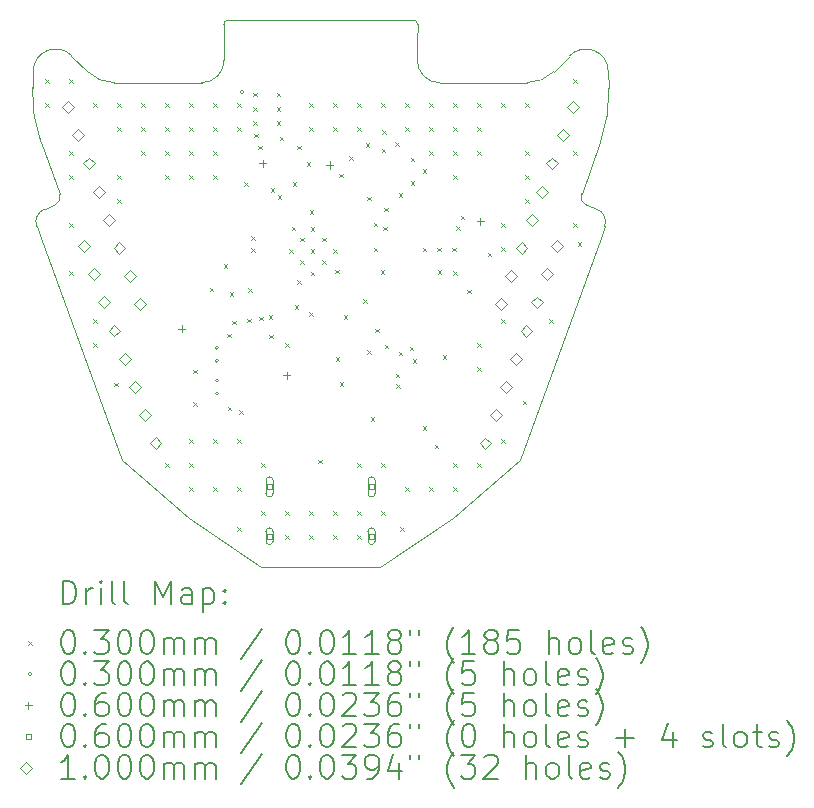
<source format=gbr>
%TF.GenerationSoftware,KiCad,Pcbnew,8.0.3*%
%TF.CreationDate,2024-07-12T18:14:54+02:00*%
%TF.ProjectId,Shard,53686172-642e-46b6-9963-61645f706362,rev?*%
%TF.SameCoordinates,Original*%
%TF.FileFunction,Drillmap*%
%TF.FilePolarity,Positive*%
%FSLAX45Y45*%
G04 Gerber Fmt 4.5, Leading zero omitted, Abs format (unit mm)*
G04 Created by KiCad (PCBNEW 8.0.3) date 2024-07-12 18:14:54*
%MOMM*%
%LPD*%
G01*
G04 APERTURE LIST*
%ADD10C,0.100000*%
%ADD11C,0.200000*%
G04 APERTURE END LIST*
D10*
X12288599Y-7847610D02*
G75*
G02*
X12612846Y-7720679I189861J-7390D01*
G01*
X15839833Y-11636801D02*
X16406617Y-11145588D01*
X17059001Y-9019927D02*
X16976746Y-8989987D01*
X13904953Y-7755227D02*
G75*
G02*
X13715905Y-7950803I-189923J-5573D01*
G01*
X15504953Y-7418801D02*
X14722708Y-7418801D01*
X17162629Y-7996983D02*
G75*
G02*
X17091343Y-8452911I-1196079J-46527D01*
G01*
X15991833Y-7950801D02*
X15730383Y-7950801D01*
X15542948Y-7457426D02*
X15542950Y-7457426D01*
X12976693Y-7950801D02*
X13453584Y-7950801D01*
X16931539Y-8891963D02*
X17091344Y-8452911D01*
X13038800Y-11145588D02*
X12353214Y-9261990D01*
X12354075Y-8452918D02*
G75*
G02*
X12282847Y-7995425I1124885J409428D01*
G01*
X12747663Y-7855565D02*
X12612847Y-7720678D01*
X13453584Y-7950801D02*
X13715905Y-7950801D01*
X17162629Y-7996983D02*
X17156818Y-7847601D01*
X14094953Y-7418801D02*
X14729429Y-7418801D01*
X16468726Y-7950801D02*
X15991833Y-7950801D01*
X17059001Y-9019927D02*
G75*
G02*
X17127121Y-9166037I-38991J-107114D01*
G01*
X16406617Y-11145588D02*
X17092203Y-9261990D01*
X13605584Y-11636801D02*
X13038800Y-11145588D01*
X12353214Y-9261990D02*
X12318292Y-9166045D01*
X12976693Y-7950801D02*
G75*
G02*
X12747663Y-7855565I-3J323002D01*
G01*
X14220000Y-12050000D02*
X13605584Y-11636801D01*
X12318292Y-9166045D02*
G75*
G02*
X12386878Y-9019758I107128J38995D01*
G01*
X13904953Y-7755227D02*
X13904953Y-7608801D01*
X16976746Y-8989987D02*
G75*
G02*
X16931535Y-8891962I25995J71427D01*
G01*
X14094953Y-7418801D02*
X13940201Y-7418801D01*
X12514102Y-8892580D02*
X12354075Y-8452918D01*
X12386878Y-9019758D02*
X12468678Y-8989985D01*
X12282848Y-7995425D02*
X12288599Y-7847610D01*
X16832579Y-7720668D02*
G75*
G02*
X17156811Y-7847602I134381J-134312D01*
G01*
X15542950Y-7457426D02*
X15540464Y-7608801D01*
X15225417Y-12050000D02*
X15839833Y-11636801D01*
X15504953Y-7418801D02*
G75*
G02*
X15542943Y-7457425I-3J-37999D01*
G01*
X15540464Y-7755268D02*
X15540464Y-7608801D01*
X15730383Y-7950801D02*
G75*
G02*
X15540459Y-7755268I-3J190002D01*
G01*
X12514102Y-8892580D02*
G75*
G02*
X12468677Y-8989983I-71413J-25990D01*
G01*
X13902467Y-7457426D02*
X13904953Y-7608801D01*
X14220000Y-12050000D02*
X15225417Y-12050000D01*
X16697180Y-7856139D02*
G75*
G02*
X16468726Y-7950798I-228450J228339D01*
G01*
X14729429Y-7418801D02*
X14722708Y-7418801D01*
X13902467Y-7457426D02*
G75*
G02*
X13940201Y-7418803I37993J626D01*
G01*
X16697180Y-7856139D02*
X16832579Y-7720668D01*
X17092203Y-9261990D02*
X17127127Y-9166039D01*
D11*
D10*
X12389100Y-7920800D02*
X12419100Y-7950800D01*
X12419100Y-7920800D02*
X12389100Y-7950800D01*
X12389100Y-8124000D02*
X12419100Y-8154000D01*
X12419100Y-8124000D02*
X12389100Y-8154000D01*
X12592300Y-7920800D02*
X12622300Y-7950800D01*
X12622300Y-7920800D02*
X12592300Y-7950800D01*
X12592300Y-8530400D02*
X12622300Y-8560400D01*
X12622300Y-8530400D02*
X12592300Y-8560400D01*
X12592300Y-8733600D02*
X12622300Y-8763600D01*
X12622300Y-8733600D02*
X12592300Y-8763600D01*
X12592300Y-9140000D02*
X12622300Y-9170000D01*
X12622300Y-9140000D02*
X12592300Y-9170000D01*
X12592300Y-9546400D02*
X12622300Y-9576400D01*
X12622300Y-9546400D02*
X12592300Y-9576400D01*
X12795500Y-8124000D02*
X12825500Y-8154000D01*
X12825500Y-8124000D02*
X12795500Y-8154000D01*
X12795500Y-9952800D02*
X12825500Y-9982800D01*
X12825500Y-9952800D02*
X12795500Y-9982800D01*
X12795500Y-10156000D02*
X12825500Y-10186000D01*
X12825500Y-10156000D02*
X12795500Y-10186000D01*
X12977000Y-10490000D02*
X13007000Y-10520000D01*
X13007000Y-10490000D02*
X12977000Y-10520000D01*
X12998700Y-8124000D02*
X13028700Y-8154000D01*
X13028700Y-8124000D02*
X12998700Y-8154000D01*
X12998700Y-8327200D02*
X13028700Y-8357200D01*
X13028700Y-8327200D02*
X12998700Y-8357200D01*
X12998700Y-8733600D02*
X13028700Y-8763600D01*
X13028700Y-8733600D02*
X12998700Y-8763600D01*
X12998700Y-8936800D02*
X13028700Y-8966800D01*
X13028700Y-8936800D02*
X12998700Y-8966800D01*
X13201900Y-8124000D02*
X13231900Y-8154000D01*
X13231900Y-8124000D02*
X13201900Y-8154000D01*
X13201900Y-8327200D02*
X13231900Y-8357200D01*
X13231900Y-8327200D02*
X13201900Y-8357200D01*
X13201900Y-8530400D02*
X13231900Y-8560400D01*
X13231900Y-8530400D02*
X13201900Y-8560400D01*
X13405100Y-8124000D02*
X13435100Y-8154000D01*
X13435100Y-8124000D02*
X13405100Y-8154000D01*
X13405100Y-8327200D02*
X13435100Y-8357200D01*
X13435100Y-8327200D02*
X13405100Y-8357200D01*
X13405100Y-8530400D02*
X13435100Y-8560400D01*
X13435100Y-8530400D02*
X13405100Y-8560400D01*
X13405100Y-8733600D02*
X13435100Y-8763600D01*
X13435100Y-8733600D02*
X13405100Y-8763600D01*
X13405100Y-11172000D02*
X13435100Y-11202000D01*
X13435100Y-11172000D02*
X13405100Y-11202000D01*
X13608300Y-8124000D02*
X13638300Y-8154000D01*
X13638300Y-8124000D02*
X13608300Y-8154000D01*
X13608300Y-8327200D02*
X13638300Y-8357200D01*
X13638300Y-8327200D02*
X13608300Y-8357200D01*
X13608300Y-8530400D02*
X13638300Y-8560400D01*
X13638300Y-8530400D02*
X13608300Y-8560400D01*
X13608300Y-8733600D02*
X13638300Y-8763600D01*
X13638300Y-8733600D02*
X13608300Y-8763600D01*
X13608300Y-10968800D02*
X13638300Y-10998800D01*
X13638300Y-10968800D02*
X13608300Y-10998800D01*
X13608300Y-11172000D02*
X13638300Y-11202000D01*
X13638300Y-11172000D02*
X13608300Y-11202000D01*
X13608300Y-11375200D02*
X13638300Y-11405200D01*
X13638300Y-11375200D02*
X13608300Y-11405200D01*
X13645000Y-10380000D02*
X13675000Y-10410000D01*
X13675000Y-10380000D02*
X13645000Y-10410000D01*
X13645000Y-10655000D02*
X13675000Y-10685000D01*
X13675000Y-10655000D02*
X13645000Y-10685000D01*
X13785000Y-9685000D02*
X13815000Y-9715000D01*
X13815000Y-9685000D02*
X13785000Y-9715000D01*
X13811500Y-8124000D02*
X13841500Y-8154000D01*
X13841500Y-8124000D02*
X13811500Y-8154000D01*
X13811500Y-8327200D02*
X13841500Y-8357200D01*
X13841500Y-8327200D02*
X13811500Y-8357200D01*
X13811500Y-8530400D02*
X13841500Y-8560400D01*
X13841500Y-8530400D02*
X13811500Y-8560400D01*
X13811500Y-8733600D02*
X13841500Y-8763600D01*
X13841500Y-8733600D02*
X13811500Y-8763600D01*
X13811500Y-10968800D02*
X13841500Y-10998800D01*
X13841500Y-10968800D02*
X13811500Y-10998800D01*
X13811500Y-11375200D02*
X13841500Y-11405200D01*
X13841500Y-11375200D02*
X13811500Y-11405200D01*
X13900000Y-9487500D02*
X13930000Y-9517500D01*
X13930000Y-9487500D02*
X13900000Y-9517500D01*
X13930000Y-10075000D02*
X13960000Y-10105000D01*
X13960000Y-10075000D02*
X13930000Y-10105000D01*
X13935000Y-10695000D02*
X13965000Y-10725000D01*
X13965000Y-10695000D02*
X13935000Y-10725000D01*
X13952500Y-9725000D02*
X13982500Y-9755000D01*
X13982500Y-9725000D02*
X13952500Y-9755000D01*
X13975000Y-9965000D02*
X14005000Y-9995000D01*
X14005000Y-9965000D02*
X13975000Y-9995000D01*
X14014700Y-8124000D02*
X14044700Y-8154000D01*
X14044700Y-8124000D02*
X14014700Y-8154000D01*
X14014700Y-8327200D02*
X14044700Y-8357200D01*
X14044700Y-8327200D02*
X14014700Y-8357200D01*
X14014700Y-10968800D02*
X14044700Y-10998800D01*
X14044700Y-10968800D02*
X14014700Y-10998800D01*
X14014700Y-11375200D02*
X14044700Y-11405200D01*
X14044700Y-11375200D02*
X14014700Y-11405200D01*
X14015000Y-11715000D02*
X14045000Y-11745000D01*
X14045000Y-11715000D02*
X14015000Y-11745000D01*
X14035000Y-10726000D02*
X14065000Y-10756000D01*
X14065000Y-10726000D02*
X14035000Y-10756000D01*
X14075000Y-8795000D02*
X14105000Y-8825000D01*
X14105000Y-8795000D02*
X14075000Y-8825000D01*
X14102500Y-9950000D02*
X14132500Y-9980000D01*
X14132500Y-9950000D02*
X14102500Y-9980000D01*
X14110000Y-9692500D02*
X14140000Y-9722500D01*
X14140000Y-9692500D02*
X14110000Y-9722500D01*
X14133635Y-9249615D02*
X14163635Y-9279615D01*
X14163635Y-9249615D02*
X14133635Y-9279615D01*
X14135750Y-9352124D02*
X14165750Y-9382124D01*
X14165750Y-9352124D02*
X14135750Y-9382124D01*
X14151523Y-8035000D02*
X14181523Y-8065000D01*
X14181523Y-8035000D02*
X14151523Y-8065000D01*
X14151523Y-8157011D02*
X14181523Y-8187011D01*
X14181523Y-8157011D02*
X14151523Y-8187011D01*
X14151523Y-8279023D02*
X14181523Y-8309023D01*
X14181523Y-8279023D02*
X14151523Y-8309023D01*
X14162041Y-8384512D02*
X14192041Y-8414512D01*
X14192041Y-8384512D02*
X14162041Y-8414512D01*
X14192213Y-8483589D02*
X14222213Y-8513589D01*
X14222213Y-8483589D02*
X14192213Y-8513589D01*
X14202500Y-9932500D02*
X14232500Y-9962500D01*
X14232500Y-9932500D02*
X14202500Y-9962500D01*
X14217900Y-11172000D02*
X14247900Y-11202000D01*
X14247900Y-11172000D02*
X14217900Y-11202000D01*
X14217900Y-11578400D02*
X14247900Y-11608400D01*
X14247900Y-11578400D02*
X14217900Y-11608400D01*
X14281673Y-9921028D02*
X14311673Y-9951028D01*
X14311673Y-9921028D02*
X14281673Y-9951028D01*
X14285000Y-10085000D02*
X14315000Y-10115000D01*
X14315000Y-10085000D02*
X14285000Y-10115000D01*
X14300000Y-8845000D02*
X14330000Y-8875000D01*
X14330000Y-8845000D02*
X14300000Y-8875000D01*
X14351492Y-8276568D02*
X14381492Y-8306568D01*
X14381492Y-8276568D02*
X14351492Y-8306568D01*
X14351523Y-8035000D02*
X14381523Y-8065000D01*
X14381523Y-8035000D02*
X14351523Y-8065000D01*
X14351523Y-8157011D02*
X14381523Y-8187011D01*
X14381523Y-8157011D02*
X14351523Y-8187011D01*
X14357500Y-8905000D02*
X14387500Y-8935000D01*
X14387500Y-8905000D02*
X14357500Y-8935000D01*
X14377017Y-8407041D02*
X14407017Y-8437041D01*
X14407017Y-8407041D02*
X14377017Y-8437041D01*
X14421100Y-10156000D02*
X14451100Y-10186000D01*
X14451100Y-10156000D02*
X14421100Y-10186000D01*
X14421100Y-11578400D02*
X14451100Y-11608400D01*
X14451100Y-11578400D02*
X14421100Y-11608400D01*
X14421100Y-11781600D02*
X14451100Y-11811600D01*
X14451100Y-11781600D02*
X14421100Y-11811600D01*
X14455000Y-9360000D02*
X14485000Y-9390000D01*
X14485000Y-9360000D02*
X14455000Y-9390000D01*
X14477500Y-9170000D02*
X14507500Y-9200000D01*
X14507500Y-9170000D02*
X14477500Y-9200000D01*
X14485000Y-8794250D02*
X14515000Y-8824250D01*
X14515000Y-8794250D02*
X14485000Y-8824250D01*
X14504499Y-9836822D02*
X14534499Y-9866822D01*
X14534499Y-9836822D02*
X14504499Y-9866822D01*
X14523012Y-9620857D02*
X14553012Y-9650857D01*
X14553012Y-9620857D02*
X14523012Y-9650857D01*
X14525000Y-8485000D02*
X14555000Y-8515000D01*
X14555000Y-8485000D02*
X14525000Y-8515000D01*
X14550000Y-9265000D02*
X14580000Y-9295000D01*
X14580000Y-9265000D02*
X14550000Y-9295000D01*
X14550000Y-9455000D02*
X14580000Y-9485000D01*
X14580000Y-9455000D02*
X14550000Y-9485000D01*
X14605000Y-8625000D02*
X14635000Y-8655000D01*
X14635000Y-8625000D02*
X14605000Y-8655000D01*
X14624300Y-8124000D02*
X14654300Y-8154000D01*
X14654300Y-8124000D02*
X14624300Y-8154000D01*
X14624300Y-8327200D02*
X14654300Y-8357200D01*
X14654300Y-8327200D02*
X14624300Y-8357200D01*
X14624300Y-11578400D02*
X14654300Y-11608400D01*
X14654300Y-11578400D02*
X14624300Y-11608400D01*
X14624300Y-11781600D02*
X14654300Y-11811600D01*
X14654300Y-11781600D02*
X14624300Y-11811600D01*
X14625000Y-9895000D02*
X14655000Y-9925000D01*
X14655000Y-9895000D02*
X14625000Y-9925000D01*
X14630764Y-9029162D02*
X14660764Y-9059162D01*
X14660764Y-9029162D02*
X14630764Y-9059162D01*
X14640000Y-9175000D02*
X14670000Y-9205000D01*
X14670000Y-9175000D02*
X14640000Y-9205000D01*
X14640000Y-9362000D02*
X14670000Y-9392000D01*
X14670000Y-9362000D02*
X14640000Y-9392000D01*
X14640000Y-9550000D02*
X14670000Y-9580000D01*
X14670000Y-9550000D02*
X14640000Y-9580000D01*
X14704000Y-11142000D02*
X14734000Y-11172000D01*
X14734000Y-11142000D02*
X14704000Y-11172000D01*
X14735000Y-9265000D02*
X14765000Y-9295000D01*
X14765000Y-9265000D02*
X14735000Y-9295000D01*
X14735000Y-9455000D02*
X14765000Y-9485000D01*
X14765000Y-9455000D02*
X14735000Y-9485000D01*
X14827500Y-8124000D02*
X14857500Y-8154000D01*
X14857500Y-8124000D02*
X14827500Y-8154000D01*
X14827500Y-8327200D02*
X14857500Y-8357200D01*
X14857500Y-8327200D02*
X14827500Y-8357200D01*
X14827500Y-11578400D02*
X14857500Y-11608400D01*
X14857500Y-11578400D02*
X14827500Y-11608400D01*
X14827500Y-11781600D02*
X14857500Y-11811600D01*
X14857500Y-11781600D02*
X14827500Y-11811600D01*
X14830000Y-9360000D02*
X14860000Y-9390000D01*
X14860000Y-9360000D02*
X14830000Y-9390000D01*
X14844334Y-9535089D02*
X14874334Y-9565089D01*
X14874334Y-9535089D02*
X14844334Y-9565089D01*
X14852000Y-10273000D02*
X14882000Y-10303000D01*
X14882000Y-10273000D02*
X14852000Y-10303000D01*
X14880000Y-8720000D02*
X14910000Y-8750000D01*
X14910000Y-8720000D02*
X14880000Y-8750000D01*
X14882500Y-10487500D02*
X14912500Y-10517500D01*
X14912500Y-10487500D02*
X14882500Y-10517500D01*
X14917500Y-9917500D02*
X14947500Y-9947500D01*
X14947500Y-9917500D02*
X14917500Y-9947500D01*
X14965000Y-8575000D02*
X14995000Y-8605000D01*
X14995000Y-8575000D02*
X14965000Y-8605000D01*
X15030700Y-8124000D02*
X15060700Y-8154000D01*
X15060700Y-8124000D02*
X15030700Y-8154000D01*
X15030700Y-8327200D02*
X15060700Y-8357200D01*
X15060700Y-8327200D02*
X15030700Y-8357200D01*
X15030700Y-11172000D02*
X15060700Y-11202000D01*
X15060700Y-11172000D02*
X15030700Y-11202000D01*
X15030700Y-11578400D02*
X15060700Y-11608400D01*
X15060700Y-11578400D02*
X15030700Y-11608400D01*
X15030700Y-11781600D02*
X15060700Y-11811600D01*
X15060700Y-11781600D02*
X15030700Y-11811600D01*
X15084964Y-9783742D02*
X15114964Y-9813742D01*
X15114964Y-9783742D02*
X15084964Y-9813742D01*
X15105000Y-8465000D02*
X15135000Y-8495000D01*
X15135000Y-8465000D02*
X15105000Y-8495000D01*
X15115000Y-10215000D02*
X15145000Y-10245000D01*
X15145000Y-10215000D02*
X15115000Y-10245000D01*
X15117500Y-8917500D02*
X15147500Y-8947500D01*
X15147500Y-8917500D02*
X15117500Y-8947500D01*
X15145000Y-10785000D02*
X15175000Y-10815000D01*
X15175000Y-10785000D02*
X15145000Y-10815000D01*
X15172000Y-9137000D02*
X15202000Y-9167000D01*
X15202000Y-9137000D02*
X15172000Y-9167000D01*
X15172000Y-9349000D02*
X15202000Y-9379000D01*
X15202000Y-9349000D02*
X15172000Y-9379000D01*
X15186877Y-10035274D02*
X15216877Y-10065274D01*
X15216877Y-10035274D02*
X15186877Y-10065274D01*
X15232000Y-9536983D02*
X15262000Y-9566983D01*
X15262000Y-9536983D02*
X15232000Y-9566983D01*
X15233900Y-8124000D02*
X15263900Y-8154000D01*
X15263900Y-8124000D02*
X15233900Y-8154000D01*
X15233900Y-11172000D02*
X15263900Y-11202000D01*
X15263900Y-11172000D02*
X15233900Y-11202000D01*
X15233900Y-11578400D02*
X15263900Y-11608400D01*
X15263900Y-11578400D02*
X15233900Y-11608400D01*
X15240000Y-8510000D02*
X15270000Y-8540000D01*
X15270000Y-8510000D02*
X15240000Y-8540000D01*
X15245000Y-8355000D02*
X15275000Y-8385000D01*
X15275000Y-8355000D02*
X15245000Y-8385000D01*
X15251165Y-9171750D02*
X15281165Y-9201750D01*
X15281165Y-9171750D02*
X15251165Y-9201750D01*
X15261000Y-9011000D02*
X15291000Y-9041000D01*
X15291000Y-9011000D02*
X15261000Y-9041000D01*
X15265000Y-10170000D02*
X15295000Y-10200000D01*
X15295000Y-10170000D02*
X15265000Y-10200000D01*
X15355000Y-8455000D02*
X15385000Y-8485000D01*
X15385000Y-8455000D02*
X15355000Y-8485000D01*
X15356473Y-10413527D02*
X15386473Y-10443527D01*
X15386473Y-10413527D02*
X15356473Y-10443527D01*
X15362796Y-10504704D02*
X15392796Y-10534704D01*
X15392796Y-10504704D02*
X15362796Y-10534704D01*
X15382500Y-10230000D02*
X15412500Y-10260000D01*
X15412500Y-10230000D02*
X15382500Y-10260000D01*
X15385000Y-8885000D02*
X15415000Y-8915000D01*
X15415000Y-8885000D02*
X15385000Y-8915000D01*
X15395000Y-11715000D02*
X15425000Y-11745000D01*
X15425000Y-11715000D02*
X15395000Y-11745000D01*
X15437100Y-8124000D02*
X15467100Y-8154000D01*
X15467100Y-8124000D02*
X15437100Y-8154000D01*
X15437100Y-8327200D02*
X15467100Y-8357200D01*
X15467100Y-8327200D02*
X15437100Y-8357200D01*
X15437100Y-11375200D02*
X15467100Y-11405200D01*
X15467100Y-11375200D02*
X15437100Y-11405200D01*
X15475000Y-10185000D02*
X15505000Y-10215000D01*
X15505000Y-10185000D02*
X15475000Y-10215000D01*
X15485000Y-8585000D02*
X15515000Y-8615000D01*
X15515000Y-8585000D02*
X15485000Y-8615000D01*
X15485000Y-8785000D02*
X15515000Y-8815000D01*
X15515000Y-8785000D02*
X15485000Y-8815000D01*
X15503543Y-10289979D02*
X15533543Y-10319979D01*
X15533543Y-10289979D02*
X15503543Y-10319979D01*
X15585000Y-8685000D02*
X15615000Y-8715000D01*
X15615000Y-8685000D02*
X15585000Y-8715000D01*
X15585000Y-9348000D02*
X15615000Y-9378000D01*
X15615000Y-9348000D02*
X15585000Y-9378000D01*
X15587500Y-10857500D02*
X15617500Y-10887500D01*
X15617500Y-10857500D02*
X15587500Y-10887500D01*
X15640300Y-8124000D02*
X15670300Y-8154000D01*
X15670300Y-8124000D02*
X15640300Y-8154000D01*
X15640300Y-8327200D02*
X15670300Y-8357200D01*
X15670300Y-8327200D02*
X15640300Y-8357200D01*
X15640300Y-8530400D02*
X15670300Y-8560400D01*
X15670300Y-8530400D02*
X15640300Y-8560400D01*
X15640300Y-11375200D02*
X15670300Y-11405200D01*
X15670300Y-11375200D02*
X15640300Y-11405200D01*
X15690000Y-11017500D02*
X15720000Y-11047500D01*
X15720000Y-11017500D02*
X15690000Y-11047500D01*
X15710000Y-9347000D02*
X15740000Y-9377000D01*
X15740000Y-9347000D02*
X15710000Y-9377000D01*
X15715000Y-9540000D02*
X15745000Y-9570000D01*
X15745000Y-9540000D02*
X15715000Y-9570000D01*
X15755000Y-10260000D02*
X15785000Y-10290000D01*
X15785000Y-10260000D02*
X15755000Y-10290000D01*
X15835264Y-9349000D02*
X15865264Y-9379000D01*
X15865264Y-9349000D02*
X15835264Y-9379000D01*
X15843500Y-8124000D02*
X15873500Y-8154000D01*
X15873500Y-8124000D02*
X15843500Y-8154000D01*
X15843500Y-8327200D02*
X15873500Y-8357200D01*
X15873500Y-8327200D02*
X15843500Y-8357200D01*
X15843500Y-8530400D02*
X15873500Y-8560400D01*
X15873500Y-8530400D02*
X15843500Y-8560400D01*
X15843500Y-8733600D02*
X15873500Y-8763600D01*
X15873500Y-8733600D02*
X15843500Y-8763600D01*
X15843500Y-9546400D02*
X15873500Y-9576400D01*
X15873500Y-9546400D02*
X15843500Y-9576400D01*
X15843500Y-11172000D02*
X15873500Y-11202000D01*
X15873500Y-11172000D02*
X15843500Y-11202000D01*
X15843500Y-11375200D02*
X15873500Y-11405200D01*
X15873500Y-11375200D02*
X15843500Y-11405200D01*
X15872000Y-9166000D02*
X15902000Y-9196000D01*
X15902000Y-9166000D02*
X15872000Y-9196000D01*
X15910000Y-9076000D02*
X15940000Y-9106000D01*
X15940000Y-9076000D02*
X15910000Y-9106000D01*
X15963000Y-9704000D02*
X15993000Y-9734000D01*
X15993000Y-9704000D02*
X15963000Y-9734000D01*
X16046700Y-8124000D02*
X16076700Y-8154000D01*
X16076700Y-8124000D02*
X16046700Y-8154000D01*
X16046700Y-8327200D02*
X16076700Y-8357200D01*
X16076700Y-8327200D02*
X16046700Y-8357200D01*
X16046700Y-8530400D02*
X16076700Y-8560400D01*
X16076700Y-8530400D02*
X16046700Y-8560400D01*
X16046700Y-10156000D02*
X16076700Y-10186000D01*
X16076700Y-10156000D02*
X16046700Y-10186000D01*
X16046700Y-10359200D02*
X16076700Y-10389200D01*
X16076700Y-10359200D02*
X16046700Y-10389200D01*
X16046700Y-11172000D02*
X16076700Y-11202000D01*
X16076700Y-11172000D02*
X16046700Y-11202000D01*
X16139000Y-9390136D02*
X16169000Y-9420136D01*
X16169000Y-9390136D02*
X16139000Y-9420136D01*
X16249900Y-8124000D02*
X16279900Y-8154000D01*
X16279900Y-8124000D02*
X16249900Y-8154000D01*
X16249900Y-9140000D02*
X16279900Y-9170000D01*
X16279900Y-9140000D02*
X16249900Y-9170000D01*
X16249900Y-9343200D02*
X16279900Y-9373200D01*
X16279900Y-9343200D02*
X16249900Y-9373200D01*
X16249900Y-9952800D02*
X16279900Y-9982800D01*
X16279900Y-9952800D02*
X16249900Y-9982800D01*
X16249900Y-10968800D02*
X16279900Y-10998800D01*
X16279900Y-10968800D02*
X16249900Y-10998800D01*
X16432000Y-10645000D02*
X16462000Y-10675000D01*
X16462000Y-10645000D02*
X16432000Y-10675000D01*
X16453100Y-8124000D02*
X16483100Y-8154000D01*
X16483100Y-8124000D02*
X16453100Y-8154000D01*
X16453100Y-8530400D02*
X16483100Y-8560400D01*
X16483100Y-8530400D02*
X16453100Y-8560400D01*
X16453100Y-8733600D02*
X16483100Y-8763600D01*
X16483100Y-8733600D02*
X16453100Y-8763600D01*
X16453100Y-8936800D02*
X16483100Y-8966800D01*
X16483100Y-8936800D02*
X16453100Y-8966800D01*
X16656300Y-9952800D02*
X16686300Y-9982800D01*
X16686300Y-9952800D02*
X16656300Y-9982800D01*
X16859500Y-7920800D02*
X16889500Y-7950800D01*
X16889500Y-7920800D02*
X16859500Y-7950800D01*
X16859500Y-8530400D02*
X16889500Y-8560400D01*
X16889500Y-8530400D02*
X16859500Y-8560400D01*
X16859500Y-9140000D02*
X16889500Y-9170000D01*
X16889500Y-9140000D02*
X16859500Y-9170000D01*
X16901000Y-9301000D02*
X16931000Y-9331000D01*
X16931000Y-9301000D02*
X16901000Y-9331000D01*
X13858750Y-10195000D02*
G75*
G02*
X13828750Y-10195000I-15000J0D01*
G01*
X13828750Y-10195000D02*
G75*
G02*
X13858750Y-10195000I15000J0D01*
G01*
X13858750Y-10305000D02*
G75*
G02*
X13828750Y-10305000I-15000J0D01*
G01*
X13828750Y-10305000D02*
G75*
G02*
X13858750Y-10305000I15000J0D01*
G01*
X13858750Y-10472500D02*
G75*
G02*
X13828750Y-10472500I-15000J0D01*
G01*
X13828750Y-10472500D02*
G75*
G02*
X13858750Y-10472500I15000J0D01*
G01*
X13858750Y-10582500D02*
G75*
G02*
X13828750Y-10582500I-15000J0D01*
G01*
X13828750Y-10582500D02*
G75*
G02*
X13858750Y-10582500I15000J0D01*
G01*
X14070000Y-8030000D02*
G75*
G02*
X14040000Y-8030000I-15000J0D01*
G01*
X14040000Y-8030000D02*
G75*
G02*
X14070000Y-8030000I15000J0D01*
G01*
X13547500Y-10002500D02*
X13547500Y-10062500D01*
X13517500Y-10032500D02*
X13577500Y-10032500D01*
X14232500Y-8602500D02*
X14232500Y-8662500D01*
X14202500Y-8632500D02*
X14262500Y-8632500D01*
X14433854Y-10398646D02*
X14433854Y-10458646D01*
X14403854Y-10428646D02*
X14463854Y-10428646D01*
X14800000Y-8617500D02*
X14800000Y-8677500D01*
X14770000Y-8647500D02*
X14830000Y-8647500D01*
X16075000Y-9092500D02*
X16075000Y-9152500D01*
X16045000Y-9122500D02*
X16105000Y-9122500D01*
X14310213Y-11393713D02*
X14310213Y-11351287D01*
X14267787Y-11351287D01*
X14267787Y-11393713D01*
X14310213Y-11393713D01*
X14259000Y-11317500D02*
X14259000Y-11427500D01*
X14319000Y-11427500D02*
G75*
G02*
X14259000Y-11427500I-30000J0D01*
G01*
X14319000Y-11427500D02*
X14319000Y-11317500D01*
X14319000Y-11317500D02*
G75*
G03*
X14259000Y-11317500I-30000J0D01*
G01*
X14310213Y-11811713D02*
X14310213Y-11769287D01*
X14267787Y-11769287D01*
X14267787Y-11811713D01*
X14310213Y-11811713D01*
X14259000Y-11750500D02*
X14259000Y-11830500D01*
X14319000Y-11830500D02*
G75*
G02*
X14259000Y-11830500I-30000J0D01*
G01*
X14319000Y-11830500D02*
X14319000Y-11750500D01*
X14319000Y-11750500D02*
G75*
G03*
X14259000Y-11750500I-30000J0D01*
G01*
X15174213Y-11393713D02*
X15174213Y-11351287D01*
X15131787Y-11351287D01*
X15131787Y-11393713D01*
X15174213Y-11393713D01*
X15123000Y-11317500D02*
X15123000Y-11427500D01*
X15183000Y-11427500D02*
G75*
G02*
X15123000Y-11427500I-30000J0D01*
G01*
X15183000Y-11427500D02*
X15183000Y-11317500D01*
X15183000Y-11317500D02*
G75*
G03*
X15123000Y-11317500I-30000J0D01*
G01*
X15174213Y-11811713D02*
X15174213Y-11769287D01*
X15131787Y-11769287D01*
X15131787Y-11811713D01*
X15174213Y-11811713D01*
X15123000Y-11750500D02*
X15123000Y-11830500D01*
X15183000Y-11830500D02*
G75*
G02*
X15123000Y-11830500I-30000J0D01*
G01*
X15183000Y-11830500D02*
X15183000Y-11750500D01*
X15183000Y-11750500D02*
G75*
G03*
X15123000Y-11750500I-30000J0D01*
G01*
X12584388Y-8206726D02*
X12634388Y-8156726D01*
X12584388Y-8106726D01*
X12534388Y-8156726D01*
X12584388Y-8206726D01*
X12671261Y-8445408D02*
X12721261Y-8395408D01*
X12671261Y-8345408D01*
X12621261Y-8395408D01*
X12671261Y-8445408D01*
X12716261Y-9382908D02*
X12766261Y-9332908D01*
X12716261Y-9282908D01*
X12666261Y-9332908D01*
X12716261Y-9382908D01*
X12758134Y-8684090D02*
X12808134Y-8634090D01*
X12758134Y-8584090D01*
X12708134Y-8634090D01*
X12758134Y-8684090D01*
X12803134Y-9621590D02*
X12853134Y-9571590D01*
X12803134Y-9521590D01*
X12753134Y-9571590D01*
X12803134Y-9621590D01*
X12845007Y-8922772D02*
X12895007Y-8872772D01*
X12845007Y-8822772D01*
X12795007Y-8872772D01*
X12845007Y-8922772D01*
X12890007Y-9860272D02*
X12940007Y-9810272D01*
X12890007Y-9760272D01*
X12840007Y-9810272D01*
X12890007Y-9860272D01*
X12931881Y-9161454D02*
X12981881Y-9111454D01*
X12931881Y-9061454D01*
X12881881Y-9111454D01*
X12931881Y-9161454D01*
X12976881Y-10098954D02*
X13026881Y-10048954D01*
X12976881Y-9998954D01*
X12926881Y-10048954D01*
X12976881Y-10098954D01*
X13018754Y-9400136D02*
X13068754Y-9350136D01*
X13018754Y-9300136D01*
X12968754Y-9350136D01*
X13018754Y-9400136D01*
X13063754Y-10337636D02*
X13113754Y-10287636D01*
X13063754Y-10237636D01*
X13013754Y-10287636D01*
X13063754Y-10337636D01*
X13105627Y-9638818D02*
X13155627Y-9588818D01*
X13105627Y-9538818D01*
X13055627Y-9588818D01*
X13105627Y-9638818D01*
X13150627Y-10576318D02*
X13200627Y-10526318D01*
X13150627Y-10476318D01*
X13100627Y-10526318D01*
X13150627Y-10576318D01*
X13192500Y-9877500D02*
X13242500Y-9827500D01*
X13192500Y-9777500D01*
X13142500Y-9827500D01*
X13192500Y-9877500D01*
X13237500Y-10815000D02*
X13287500Y-10765000D01*
X13237500Y-10715000D01*
X13187500Y-10765000D01*
X13237500Y-10815000D01*
X13324373Y-11053682D02*
X13374373Y-11003682D01*
X13324373Y-10953682D01*
X13274373Y-11003682D01*
X13324373Y-11053682D01*
X16117500Y-11055000D02*
X16167500Y-11005000D01*
X16117500Y-10955000D01*
X16067500Y-11005000D01*
X16117500Y-11055000D01*
X16204373Y-10816318D02*
X16254373Y-10766318D01*
X16204373Y-10716318D01*
X16154373Y-10766318D01*
X16204373Y-10816318D01*
X16250000Y-9877500D02*
X16300000Y-9827500D01*
X16250000Y-9777500D01*
X16200000Y-9827500D01*
X16250000Y-9877500D01*
X16291246Y-10577636D02*
X16341246Y-10527636D01*
X16291246Y-10477636D01*
X16241246Y-10527636D01*
X16291246Y-10577636D01*
X16336873Y-9638818D02*
X16386873Y-9588818D01*
X16336873Y-9538818D01*
X16286873Y-9588818D01*
X16336873Y-9638818D01*
X16378119Y-10338954D02*
X16428119Y-10288954D01*
X16378119Y-10238954D01*
X16328119Y-10288954D01*
X16378119Y-10338954D01*
X16423746Y-9400136D02*
X16473746Y-9350136D01*
X16423746Y-9300136D01*
X16373746Y-9350136D01*
X16423746Y-9400136D01*
X16464992Y-10100272D02*
X16514992Y-10050272D01*
X16464992Y-10000272D01*
X16414992Y-10050272D01*
X16464992Y-10100272D01*
X16510619Y-9161454D02*
X16560619Y-9111454D01*
X16510619Y-9061454D01*
X16460619Y-9111454D01*
X16510619Y-9161454D01*
X16551866Y-9861590D02*
X16601866Y-9811590D01*
X16551866Y-9761590D01*
X16501866Y-9811590D01*
X16551866Y-9861590D01*
X16597492Y-8922772D02*
X16647492Y-8872772D01*
X16597492Y-8822772D01*
X16547492Y-8872772D01*
X16597492Y-8922772D01*
X16638739Y-9622908D02*
X16688739Y-9572908D01*
X16638739Y-9522908D01*
X16588739Y-9572908D01*
X16638739Y-9622908D01*
X16684365Y-8684090D02*
X16734365Y-8634090D01*
X16684365Y-8584090D01*
X16634365Y-8634090D01*
X16684365Y-8684090D01*
X16725612Y-9384227D02*
X16775612Y-9334227D01*
X16725612Y-9284227D01*
X16675612Y-9334227D01*
X16725612Y-9384227D01*
X16771239Y-8445408D02*
X16821239Y-8395408D01*
X16771239Y-8345408D01*
X16721239Y-8395408D01*
X16771239Y-8445408D01*
X16858112Y-8206726D02*
X16908112Y-8156726D01*
X16858112Y-8106726D01*
X16808112Y-8156726D01*
X16858112Y-8206726D01*
D11*
X12537658Y-12366484D02*
X12537658Y-12166484D01*
X12537658Y-12166484D02*
X12585277Y-12166484D01*
X12585277Y-12166484D02*
X12613849Y-12176008D01*
X12613849Y-12176008D02*
X12632896Y-12195055D01*
X12632896Y-12195055D02*
X12642420Y-12214103D01*
X12642420Y-12214103D02*
X12651944Y-12252198D01*
X12651944Y-12252198D02*
X12651944Y-12280769D01*
X12651944Y-12280769D02*
X12642420Y-12318865D01*
X12642420Y-12318865D02*
X12632896Y-12337912D01*
X12632896Y-12337912D02*
X12613849Y-12356960D01*
X12613849Y-12356960D02*
X12585277Y-12366484D01*
X12585277Y-12366484D02*
X12537658Y-12366484D01*
X12737658Y-12366484D02*
X12737658Y-12233150D01*
X12737658Y-12271246D02*
X12747182Y-12252198D01*
X12747182Y-12252198D02*
X12756706Y-12242674D01*
X12756706Y-12242674D02*
X12775753Y-12233150D01*
X12775753Y-12233150D02*
X12794801Y-12233150D01*
X12861468Y-12366484D02*
X12861468Y-12233150D01*
X12861468Y-12166484D02*
X12851944Y-12176008D01*
X12851944Y-12176008D02*
X12861468Y-12185531D01*
X12861468Y-12185531D02*
X12870991Y-12176008D01*
X12870991Y-12176008D02*
X12861468Y-12166484D01*
X12861468Y-12166484D02*
X12861468Y-12185531D01*
X12985277Y-12366484D02*
X12966229Y-12356960D01*
X12966229Y-12356960D02*
X12956706Y-12337912D01*
X12956706Y-12337912D02*
X12956706Y-12166484D01*
X13090039Y-12366484D02*
X13070991Y-12356960D01*
X13070991Y-12356960D02*
X13061468Y-12337912D01*
X13061468Y-12337912D02*
X13061468Y-12166484D01*
X13318610Y-12366484D02*
X13318610Y-12166484D01*
X13318610Y-12166484D02*
X13385277Y-12309341D01*
X13385277Y-12309341D02*
X13451944Y-12166484D01*
X13451944Y-12166484D02*
X13451944Y-12366484D01*
X13632896Y-12366484D02*
X13632896Y-12261722D01*
X13632896Y-12261722D02*
X13623372Y-12242674D01*
X13623372Y-12242674D02*
X13604325Y-12233150D01*
X13604325Y-12233150D02*
X13566229Y-12233150D01*
X13566229Y-12233150D02*
X13547182Y-12242674D01*
X13632896Y-12356960D02*
X13613849Y-12366484D01*
X13613849Y-12366484D02*
X13566229Y-12366484D01*
X13566229Y-12366484D02*
X13547182Y-12356960D01*
X13547182Y-12356960D02*
X13537658Y-12337912D01*
X13537658Y-12337912D02*
X13537658Y-12318865D01*
X13537658Y-12318865D02*
X13547182Y-12299817D01*
X13547182Y-12299817D02*
X13566229Y-12290293D01*
X13566229Y-12290293D02*
X13613849Y-12290293D01*
X13613849Y-12290293D02*
X13632896Y-12280769D01*
X13728134Y-12233150D02*
X13728134Y-12433150D01*
X13728134Y-12242674D02*
X13747182Y-12233150D01*
X13747182Y-12233150D02*
X13785277Y-12233150D01*
X13785277Y-12233150D02*
X13804325Y-12242674D01*
X13804325Y-12242674D02*
X13813849Y-12252198D01*
X13813849Y-12252198D02*
X13823372Y-12271246D01*
X13823372Y-12271246D02*
X13823372Y-12328388D01*
X13823372Y-12328388D02*
X13813849Y-12347436D01*
X13813849Y-12347436D02*
X13804325Y-12356960D01*
X13804325Y-12356960D02*
X13785277Y-12366484D01*
X13785277Y-12366484D02*
X13747182Y-12366484D01*
X13747182Y-12366484D02*
X13728134Y-12356960D01*
X13909087Y-12347436D02*
X13918610Y-12356960D01*
X13918610Y-12356960D02*
X13909087Y-12366484D01*
X13909087Y-12366484D02*
X13899563Y-12356960D01*
X13899563Y-12356960D02*
X13909087Y-12347436D01*
X13909087Y-12347436D02*
X13909087Y-12366484D01*
X13909087Y-12242674D02*
X13918610Y-12252198D01*
X13918610Y-12252198D02*
X13909087Y-12261722D01*
X13909087Y-12261722D02*
X13899563Y-12252198D01*
X13899563Y-12252198D02*
X13909087Y-12242674D01*
X13909087Y-12242674D02*
X13909087Y-12261722D01*
D10*
X12246881Y-12680000D02*
X12276881Y-12710000D01*
X12276881Y-12680000D02*
X12246881Y-12710000D01*
D11*
X12575753Y-12586484D02*
X12594801Y-12586484D01*
X12594801Y-12586484D02*
X12613849Y-12596008D01*
X12613849Y-12596008D02*
X12623372Y-12605531D01*
X12623372Y-12605531D02*
X12632896Y-12624579D01*
X12632896Y-12624579D02*
X12642420Y-12662674D01*
X12642420Y-12662674D02*
X12642420Y-12710293D01*
X12642420Y-12710293D02*
X12632896Y-12748388D01*
X12632896Y-12748388D02*
X12623372Y-12767436D01*
X12623372Y-12767436D02*
X12613849Y-12776960D01*
X12613849Y-12776960D02*
X12594801Y-12786484D01*
X12594801Y-12786484D02*
X12575753Y-12786484D01*
X12575753Y-12786484D02*
X12556706Y-12776960D01*
X12556706Y-12776960D02*
X12547182Y-12767436D01*
X12547182Y-12767436D02*
X12537658Y-12748388D01*
X12537658Y-12748388D02*
X12528134Y-12710293D01*
X12528134Y-12710293D02*
X12528134Y-12662674D01*
X12528134Y-12662674D02*
X12537658Y-12624579D01*
X12537658Y-12624579D02*
X12547182Y-12605531D01*
X12547182Y-12605531D02*
X12556706Y-12596008D01*
X12556706Y-12596008D02*
X12575753Y-12586484D01*
X12728134Y-12767436D02*
X12737658Y-12776960D01*
X12737658Y-12776960D02*
X12728134Y-12786484D01*
X12728134Y-12786484D02*
X12718610Y-12776960D01*
X12718610Y-12776960D02*
X12728134Y-12767436D01*
X12728134Y-12767436D02*
X12728134Y-12786484D01*
X12804325Y-12586484D02*
X12928134Y-12586484D01*
X12928134Y-12586484D02*
X12861468Y-12662674D01*
X12861468Y-12662674D02*
X12890039Y-12662674D01*
X12890039Y-12662674D02*
X12909087Y-12672198D01*
X12909087Y-12672198D02*
X12918610Y-12681722D01*
X12918610Y-12681722D02*
X12928134Y-12700769D01*
X12928134Y-12700769D02*
X12928134Y-12748388D01*
X12928134Y-12748388D02*
X12918610Y-12767436D01*
X12918610Y-12767436D02*
X12909087Y-12776960D01*
X12909087Y-12776960D02*
X12890039Y-12786484D01*
X12890039Y-12786484D02*
X12832896Y-12786484D01*
X12832896Y-12786484D02*
X12813849Y-12776960D01*
X12813849Y-12776960D02*
X12804325Y-12767436D01*
X13051944Y-12586484D02*
X13070991Y-12586484D01*
X13070991Y-12586484D02*
X13090039Y-12596008D01*
X13090039Y-12596008D02*
X13099563Y-12605531D01*
X13099563Y-12605531D02*
X13109087Y-12624579D01*
X13109087Y-12624579D02*
X13118610Y-12662674D01*
X13118610Y-12662674D02*
X13118610Y-12710293D01*
X13118610Y-12710293D02*
X13109087Y-12748388D01*
X13109087Y-12748388D02*
X13099563Y-12767436D01*
X13099563Y-12767436D02*
X13090039Y-12776960D01*
X13090039Y-12776960D02*
X13070991Y-12786484D01*
X13070991Y-12786484D02*
X13051944Y-12786484D01*
X13051944Y-12786484D02*
X13032896Y-12776960D01*
X13032896Y-12776960D02*
X13023372Y-12767436D01*
X13023372Y-12767436D02*
X13013849Y-12748388D01*
X13013849Y-12748388D02*
X13004325Y-12710293D01*
X13004325Y-12710293D02*
X13004325Y-12662674D01*
X13004325Y-12662674D02*
X13013849Y-12624579D01*
X13013849Y-12624579D02*
X13023372Y-12605531D01*
X13023372Y-12605531D02*
X13032896Y-12596008D01*
X13032896Y-12596008D02*
X13051944Y-12586484D01*
X13242420Y-12586484D02*
X13261468Y-12586484D01*
X13261468Y-12586484D02*
X13280515Y-12596008D01*
X13280515Y-12596008D02*
X13290039Y-12605531D01*
X13290039Y-12605531D02*
X13299563Y-12624579D01*
X13299563Y-12624579D02*
X13309087Y-12662674D01*
X13309087Y-12662674D02*
X13309087Y-12710293D01*
X13309087Y-12710293D02*
X13299563Y-12748388D01*
X13299563Y-12748388D02*
X13290039Y-12767436D01*
X13290039Y-12767436D02*
X13280515Y-12776960D01*
X13280515Y-12776960D02*
X13261468Y-12786484D01*
X13261468Y-12786484D02*
X13242420Y-12786484D01*
X13242420Y-12786484D02*
X13223372Y-12776960D01*
X13223372Y-12776960D02*
X13213849Y-12767436D01*
X13213849Y-12767436D02*
X13204325Y-12748388D01*
X13204325Y-12748388D02*
X13194801Y-12710293D01*
X13194801Y-12710293D02*
X13194801Y-12662674D01*
X13194801Y-12662674D02*
X13204325Y-12624579D01*
X13204325Y-12624579D02*
X13213849Y-12605531D01*
X13213849Y-12605531D02*
X13223372Y-12596008D01*
X13223372Y-12596008D02*
X13242420Y-12586484D01*
X13394801Y-12786484D02*
X13394801Y-12653150D01*
X13394801Y-12672198D02*
X13404325Y-12662674D01*
X13404325Y-12662674D02*
X13423372Y-12653150D01*
X13423372Y-12653150D02*
X13451944Y-12653150D01*
X13451944Y-12653150D02*
X13470991Y-12662674D01*
X13470991Y-12662674D02*
X13480515Y-12681722D01*
X13480515Y-12681722D02*
X13480515Y-12786484D01*
X13480515Y-12681722D02*
X13490039Y-12662674D01*
X13490039Y-12662674D02*
X13509087Y-12653150D01*
X13509087Y-12653150D02*
X13537658Y-12653150D01*
X13537658Y-12653150D02*
X13556706Y-12662674D01*
X13556706Y-12662674D02*
X13566230Y-12681722D01*
X13566230Y-12681722D02*
X13566230Y-12786484D01*
X13661468Y-12786484D02*
X13661468Y-12653150D01*
X13661468Y-12672198D02*
X13670991Y-12662674D01*
X13670991Y-12662674D02*
X13690039Y-12653150D01*
X13690039Y-12653150D02*
X13718611Y-12653150D01*
X13718611Y-12653150D02*
X13737658Y-12662674D01*
X13737658Y-12662674D02*
X13747182Y-12681722D01*
X13747182Y-12681722D02*
X13747182Y-12786484D01*
X13747182Y-12681722D02*
X13756706Y-12662674D01*
X13756706Y-12662674D02*
X13775753Y-12653150D01*
X13775753Y-12653150D02*
X13804325Y-12653150D01*
X13804325Y-12653150D02*
X13823372Y-12662674D01*
X13823372Y-12662674D02*
X13832896Y-12681722D01*
X13832896Y-12681722D02*
X13832896Y-12786484D01*
X14223372Y-12576960D02*
X14051944Y-12834103D01*
X14480515Y-12586484D02*
X14499563Y-12586484D01*
X14499563Y-12586484D02*
X14518611Y-12596008D01*
X14518611Y-12596008D02*
X14528134Y-12605531D01*
X14528134Y-12605531D02*
X14537658Y-12624579D01*
X14537658Y-12624579D02*
X14547182Y-12662674D01*
X14547182Y-12662674D02*
X14547182Y-12710293D01*
X14547182Y-12710293D02*
X14537658Y-12748388D01*
X14537658Y-12748388D02*
X14528134Y-12767436D01*
X14528134Y-12767436D02*
X14518611Y-12776960D01*
X14518611Y-12776960D02*
X14499563Y-12786484D01*
X14499563Y-12786484D02*
X14480515Y-12786484D01*
X14480515Y-12786484D02*
X14461468Y-12776960D01*
X14461468Y-12776960D02*
X14451944Y-12767436D01*
X14451944Y-12767436D02*
X14442420Y-12748388D01*
X14442420Y-12748388D02*
X14432896Y-12710293D01*
X14432896Y-12710293D02*
X14432896Y-12662674D01*
X14432896Y-12662674D02*
X14442420Y-12624579D01*
X14442420Y-12624579D02*
X14451944Y-12605531D01*
X14451944Y-12605531D02*
X14461468Y-12596008D01*
X14461468Y-12596008D02*
X14480515Y-12586484D01*
X14632896Y-12767436D02*
X14642420Y-12776960D01*
X14642420Y-12776960D02*
X14632896Y-12786484D01*
X14632896Y-12786484D02*
X14623373Y-12776960D01*
X14623373Y-12776960D02*
X14632896Y-12767436D01*
X14632896Y-12767436D02*
X14632896Y-12786484D01*
X14766230Y-12586484D02*
X14785277Y-12586484D01*
X14785277Y-12586484D02*
X14804325Y-12596008D01*
X14804325Y-12596008D02*
X14813849Y-12605531D01*
X14813849Y-12605531D02*
X14823373Y-12624579D01*
X14823373Y-12624579D02*
X14832896Y-12662674D01*
X14832896Y-12662674D02*
X14832896Y-12710293D01*
X14832896Y-12710293D02*
X14823373Y-12748388D01*
X14823373Y-12748388D02*
X14813849Y-12767436D01*
X14813849Y-12767436D02*
X14804325Y-12776960D01*
X14804325Y-12776960D02*
X14785277Y-12786484D01*
X14785277Y-12786484D02*
X14766230Y-12786484D01*
X14766230Y-12786484D02*
X14747182Y-12776960D01*
X14747182Y-12776960D02*
X14737658Y-12767436D01*
X14737658Y-12767436D02*
X14728134Y-12748388D01*
X14728134Y-12748388D02*
X14718611Y-12710293D01*
X14718611Y-12710293D02*
X14718611Y-12662674D01*
X14718611Y-12662674D02*
X14728134Y-12624579D01*
X14728134Y-12624579D02*
X14737658Y-12605531D01*
X14737658Y-12605531D02*
X14747182Y-12596008D01*
X14747182Y-12596008D02*
X14766230Y-12586484D01*
X15023373Y-12786484D02*
X14909087Y-12786484D01*
X14966230Y-12786484D02*
X14966230Y-12586484D01*
X14966230Y-12586484D02*
X14947182Y-12615055D01*
X14947182Y-12615055D02*
X14928134Y-12634103D01*
X14928134Y-12634103D02*
X14909087Y-12643627D01*
X15213849Y-12786484D02*
X15099563Y-12786484D01*
X15156706Y-12786484D02*
X15156706Y-12586484D01*
X15156706Y-12586484D02*
X15137658Y-12615055D01*
X15137658Y-12615055D02*
X15118611Y-12634103D01*
X15118611Y-12634103D02*
X15099563Y-12643627D01*
X15328134Y-12672198D02*
X15309087Y-12662674D01*
X15309087Y-12662674D02*
X15299563Y-12653150D01*
X15299563Y-12653150D02*
X15290039Y-12634103D01*
X15290039Y-12634103D02*
X15290039Y-12624579D01*
X15290039Y-12624579D02*
X15299563Y-12605531D01*
X15299563Y-12605531D02*
X15309087Y-12596008D01*
X15309087Y-12596008D02*
X15328134Y-12586484D01*
X15328134Y-12586484D02*
X15366230Y-12586484D01*
X15366230Y-12586484D02*
X15385277Y-12596008D01*
X15385277Y-12596008D02*
X15394801Y-12605531D01*
X15394801Y-12605531D02*
X15404325Y-12624579D01*
X15404325Y-12624579D02*
X15404325Y-12634103D01*
X15404325Y-12634103D02*
X15394801Y-12653150D01*
X15394801Y-12653150D02*
X15385277Y-12662674D01*
X15385277Y-12662674D02*
X15366230Y-12672198D01*
X15366230Y-12672198D02*
X15328134Y-12672198D01*
X15328134Y-12672198D02*
X15309087Y-12681722D01*
X15309087Y-12681722D02*
X15299563Y-12691246D01*
X15299563Y-12691246D02*
X15290039Y-12710293D01*
X15290039Y-12710293D02*
X15290039Y-12748388D01*
X15290039Y-12748388D02*
X15299563Y-12767436D01*
X15299563Y-12767436D02*
X15309087Y-12776960D01*
X15309087Y-12776960D02*
X15328134Y-12786484D01*
X15328134Y-12786484D02*
X15366230Y-12786484D01*
X15366230Y-12786484D02*
X15385277Y-12776960D01*
X15385277Y-12776960D02*
X15394801Y-12767436D01*
X15394801Y-12767436D02*
X15404325Y-12748388D01*
X15404325Y-12748388D02*
X15404325Y-12710293D01*
X15404325Y-12710293D02*
X15394801Y-12691246D01*
X15394801Y-12691246D02*
X15385277Y-12681722D01*
X15385277Y-12681722D02*
X15366230Y-12672198D01*
X15480515Y-12586484D02*
X15480515Y-12624579D01*
X15556706Y-12586484D02*
X15556706Y-12624579D01*
X15851944Y-12862674D02*
X15842420Y-12853150D01*
X15842420Y-12853150D02*
X15823373Y-12824579D01*
X15823373Y-12824579D02*
X15813849Y-12805531D01*
X15813849Y-12805531D02*
X15804325Y-12776960D01*
X15804325Y-12776960D02*
X15794801Y-12729341D01*
X15794801Y-12729341D02*
X15794801Y-12691246D01*
X15794801Y-12691246D02*
X15804325Y-12643627D01*
X15804325Y-12643627D02*
X15813849Y-12615055D01*
X15813849Y-12615055D02*
X15823373Y-12596008D01*
X15823373Y-12596008D02*
X15842420Y-12567436D01*
X15842420Y-12567436D02*
X15851944Y-12557912D01*
X16032896Y-12786484D02*
X15918611Y-12786484D01*
X15975754Y-12786484D02*
X15975754Y-12586484D01*
X15975754Y-12586484D02*
X15956706Y-12615055D01*
X15956706Y-12615055D02*
X15937658Y-12634103D01*
X15937658Y-12634103D02*
X15918611Y-12643627D01*
X16147182Y-12672198D02*
X16128135Y-12662674D01*
X16128135Y-12662674D02*
X16118611Y-12653150D01*
X16118611Y-12653150D02*
X16109087Y-12634103D01*
X16109087Y-12634103D02*
X16109087Y-12624579D01*
X16109087Y-12624579D02*
X16118611Y-12605531D01*
X16118611Y-12605531D02*
X16128135Y-12596008D01*
X16128135Y-12596008D02*
X16147182Y-12586484D01*
X16147182Y-12586484D02*
X16185277Y-12586484D01*
X16185277Y-12586484D02*
X16204325Y-12596008D01*
X16204325Y-12596008D02*
X16213849Y-12605531D01*
X16213849Y-12605531D02*
X16223373Y-12624579D01*
X16223373Y-12624579D02*
X16223373Y-12634103D01*
X16223373Y-12634103D02*
X16213849Y-12653150D01*
X16213849Y-12653150D02*
X16204325Y-12662674D01*
X16204325Y-12662674D02*
X16185277Y-12672198D01*
X16185277Y-12672198D02*
X16147182Y-12672198D01*
X16147182Y-12672198D02*
X16128135Y-12681722D01*
X16128135Y-12681722D02*
X16118611Y-12691246D01*
X16118611Y-12691246D02*
X16109087Y-12710293D01*
X16109087Y-12710293D02*
X16109087Y-12748388D01*
X16109087Y-12748388D02*
X16118611Y-12767436D01*
X16118611Y-12767436D02*
X16128135Y-12776960D01*
X16128135Y-12776960D02*
X16147182Y-12786484D01*
X16147182Y-12786484D02*
X16185277Y-12786484D01*
X16185277Y-12786484D02*
X16204325Y-12776960D01*
X16204325Y-12776960D02*
X16213849Y-12767436D01*
X16213849Y-12767436D02*
X16223373Y-12748388D01*
X16223373Y-12748388D02*
X16223373Y-12710293D01*
X16223373Y-12710293D02*
X16213849Y-12691246D01*
X16213849Y-12691246D02*
X16204325Y-12681722D01*
X16204325Y-12681722D02*
X16185277Y-12672198D01*
X16404325Y-12586484D02*
X16309087Y-12586484D01*
X16309087Y-12586484D02*
X16299563Y-12681722D01*
X16299563Y-12681722D02*
X16309087Y-12672198D01*
X16309087Y-12672198D02*
X16328135Y-12662674D01*
X16328135Y-12662674D02*
X16375754Y-12662674D01*
X16375754Y-12662674D02*
X16394801Y-12672198D01*
X16394801Y-12672198D02*
X16404325Y-12681722D01*
X16404325Y-12681722D02*
X16413849Y-12700769D01*
X16413849Y-12700769D02*
X16413849Y-12748388D01*
X16413849Y-12748388D02*
X16404325Y-12767436D01*
X16404325Y-12767436D02*
X16394801Y-12776960D01*
X16394801Y-12776960D02*
X16375754Y-12786484D01*
X16375754Y-12786484D02*
X16328135Y-12786484D01*
X16328135Y-12786484D02*
X16309087Y-12776960D01*
X16309087Y-12776960D02*
X16299563Y-12767436D01*
X16651944Y-12786484D02*
X16651944Y-12586484D01*
X16737658Y-12786484D02*
X16737658Y-12681722D01*
X16737658Y-12681722D02*
X16728135Y-12662674D01*
X16728135Y-12662674D02*
X16709087Y-12653150D01*
X16709087Y-12653150D02*
X16680516Y-12653150D01*
X16680516Y-12653150D02*
X16661468Y-12662674D01*
X16661468Y-12662674D02*
X16651944Y-12672198D01*
X16861468Y-12786484D02*
X16842420Y-12776960D01*
X16842420Y-12776960D02*
X16832897Y-12767436D01*
X16832897Y-12767436D02*
X16823373Y-12748388D01*
X16823373Y-12748388D02*
X16823373Y-12691246D01*
X16823373Y-12691246D02*
X16832897Y-12672198D01*
X16832897Y-12672198D02*
X16842420Y-12662674D01*
X16842420Y-12662674D02*
X16861468Y-12653150D01*
X16861468Y-12653150D02*
X16890040Y-12653150D01*
X16890040Y-12653150D02*
X16909087Y-12662674D01*
X16909087Y-12662674D02*
X16918611Y-12672198D01*
X16918611Y-12672198D02*
X16928135Y-12691246D01*
X16928135Y-12691246D02*
X16928135Y-12748388D01*
X16928135Y-12748388D02*
X16918611Y-12767436D01*
X16918611Y-12767436D02*
X16909087Y-12776960D01*
X16909087Y-12776960D02*
X16890040Y-12786484D01*
X16890040Y-12786484D02*
X16861468Y-12786484D01*
X17042420Y-12786484D02*
X17023373Y-12776960D01*
X17023373Y-12776960D02*
X17013849Y-12757912D01*
X17013849Y-12757912D02*
X17013849Y-12586484D01*
X17194801Y-12776960D02*
X17175754Y-12786484D01*
X17175754Y-12786484D02*
X17137659Y-12786484D01*
X17137659Y-12786484D02*
X17118611Y-12776960D01*
X17118611Y-12776960D02*
X17109087Y-12757912D01*
X17109087Y-12757912D02*
X17109087Y-12681722D01*
X17109087Y-12681722D02*
X17118611Y-12662674D01*
X17118611Y-12662674D02*
X17137659Y-12653150D01*
X17137659Y-12653150D02*
X17175754Y-12653150D01*
X17175754Y-12653150D02*
X17194801Y-12662674D01*
X17194801Y-12662674D02*
X17204325Y-12681722D01*
X17204325Y-12681722D02*
X17204325Y-12700769D01*
X17204325Y-12700769D02*
X17109087Y-12719817D01*
X17280516Y-12776960D02*
X17299563Y-12786484D01*
X17299563Y-12786484D02*
X17337659Y-12786484D01*
X17337659Y-12786484D02*
X17356706Y-12776960D01*
X17356706Y-12776960D02*
X17366230Y-12757912D01*
X17366230Y-12757912D02*
X17366230Y-12748388D01*
X17366230Y-12748388D02*
X17356706Y-12729341D01*
X17356706Y-12729341D02*
X17337659Y-12719817D01*
X17337659Y-12719817D02*
X17309087Y-12719817D01*
X17309087Y-12719817D02*
X17290040Y-12710293D01*
X17290040Y-12710293D02*
X17280516Y-12691246D01*
X17280516Y-12691246D02*
X17280516Y-12681722D01*
X17280516Y-12681722D02*
X17290040Y-12662674D01*
X17290040Y-12662674D02*
X17309087Y-12653150D01*
X17309087Y-12653150D02*
X17337659Y-12653150D01*
X17337659Y-12653150D02*
X17356706Y-12662674D01*
X17432897Y-12862674D02*
X17442421Y-12853150D01*
X17442421Y-12853150D02*
X17461468Y-12824579D01*
X17461468Y-12824579D02*
X17470992Y-12805531D01*
X17470992Y-12805531D02*
X17480516Y-12776960D01*
X17480516Y-12776960D02*
X17490040Y-12729341D01*
X17490040Y-12729341D02*
X17490040Y-12691246D01*
X17490040Y-12691246D02*
X17480516Y-12643627D01*
X17480516Y-12643627D02*
X17470992Y-12615055D01*
X17470992Y-12615055D02*
X17461468Y-12596008D01*
X17461468Y-12596008D02*
X17442421Y-12567436D01*
X17442421Y-12567436D02*
X17432897Y-12557912D01*
D10*
X12276881Y-12959000D02*
G75*
G02*
X12246881Y-12959000I-15000J0D01*
G01*
X12246881Y-12959000D02*
G75*
G02*
X12276881Y-12959000I15000J0D01*
G01*
D11*
X12575753Y-12850484D02*
X12594801Y-12850484D01*
X12594801Y-12850484D02*
X12613849Y-12860008D01*
X12613849Y-12860008D02*
X12623372Y-12869531D01*
X12623372Y-12869531D02*
X12632896Y-12888579D01*
X12632896Y-12888579D02*
X12642420Y-12926674D01*
X12642420Y-12926674D02*
X12642420Y-12974293D01*
X12642420Y-12974293D02*
X12632896Y-13012388D01*
X12632896Y-13012388D02*
X12623372Y-13031436D01*
X12623372Y-13031436D02*
X12613849Y-13040960D01*
X12613849Y-13040960D02*
X12594801Y-13050484D01*
X12594801Y-13050484D02*
X12575753Y-13050484D01*
X12575753Y-13050484D02*
X12556706Y-13040960D01*
X12556706Y-13040960D02*
X12547182Y-13031436D01*
X12547182Y-13031436D02*
X12537658Y-13012388D01*
X12537658Y-13012388D02*
X12528134Y-12974293D01*
X12528134Y-12974293D02*
X12528134Y-12926674D01*
X12528134Y-12926674D02*
X12537658Y-12888579D01*
X12537658Y-12888579D02*
X12547182Y-12869531D01*
X12547182Y-12869531D02*
X12556706Y-12860008D01*
X12556706Y-12860008D02*
X12575753Y-12850484D01*
X12728134Y-13031436D02*
X12737658Y-13040960D01*
X12737658Y-13040960D02*
X12728134Y-13050484D01*
X12728134Y-13050484D02*
X12718610Y-13040960D01*
X12718610Y-13040960D02*
X12728134Y-13031436D01*
X12728134Y-13031436D02*
X12728134Y-13050484D01*
X12804325Y-12850484D02*
X12928134Y-12850484D01*
X12928134Y-12850484D02*
X12861468Y-12926674D01*
X12861468Y-12926674D02*
X12890039Y-12926674D01*
X12890039Y-12926674D02*
X12909087Y-12936198D01*
X12909087Y-12936198D02*
X12918610Y-12945722D01*
X12918610Y-12945722D02*
X12928134Y-12964769D01*
X12928134Y-12964769D02*
X12928134Y-13012388D01*
X12928134Y-13012388D02*
X12918610Y-13031436D01*
X12918610Y-13031436D02*
X12909087Y-13040960D01*
X12909087Y-13040960D02*
X12890039Y-13050484D01*
X12890039Y-13050484D02*
X12832896Y-13050484D01*
X12832896Y-13050484D02*
X12813849Y-13040960D01*
X12813849Y-13040960D02*
X12804325Y-13031436D01*
X13051944Y-12850484D02*
X13070991Y-12850484D01*
X13070991Y-12850484D02*
X13090039Y-12860008D01*
X13090039Y-12860008D02*
X13099563Y-12869531D01*
X13099563Y-12869531D02*
X13109087Y-12888579D01*
X13109087Y-12888579D02*
X13118610Y-12926674D01*
X13118610Y-12926674D02*
X13118610Y-12974293D01*
X13118610Y-12974293D02*
X13109087Y-13012388D01*
X13109087Y-13012388D02*
X13099563Y-13031436D01*
X13099563Y-13031436D02*
X13090039Y-13040960D01*
X13090039Y-13040960D02*
X13070991Y-13050484D01*
X13070991Y-13050484D02*
X13051944Y-13050484D01*
X13051944Y-13050484D02*
X13032896Y-13040960D01*
X13032896Y-13040960D02*
X13023372Y-13031436D01*
X13023372Y-13031436D02*
X13013849Y-13012388D01*
X13013849Y-13012388D02*
X13004325Y-12974293D01*
X13004325Y-12974293D02*
X13004325Y-12926674D01*
X13004325Y-12926674D02*
X13013849Y-12888579D01*
X13013849Y-12888579D02*
X13023372Y-12869531D01*
X13023372Y-12869531D02*
X13032896Y-12860008D01*
X13032896Y-12860008D02*
X13051944Y-12850484D01*
X13242420Y-12850484D02*
X13261468Y-12850484D01*
X13261468Y-12850484D02*
X13280515Y-12860008D01*
X13280515Y-12860008D02*
X13290039Y-12869531D01*
X13290039Y-12869531D02*
X13299563Y-12888579D01*
X13299563Y-12888579D02*
X13309087Y-12926674D01*
X13309087Y-12926674D02*
X13309087Y-12974293D01*
X13309087Y-12974293D02*
X13299563Y-13012388D01*
X13299563Y-13012388D02*
X13290039Y-13031436D01*
X13290039Y-13031436D02*
X13280515Y-13040960D01*
X13280515Y-13040960D02*
X13261468Y-13050484D01*
X13261468Y-13050484D02*
X13242420Y-13050484D01*
X13242420Y-13050484D02*
X13223372Y-13040960D01*
X13223372Y-13040960D02*
X13213849Y-13031436D01*
X13213849Y-13031436D02*
X13204325Y-13012388D01*
X13204325Y-13012388D02*
X13194801Y-12974293D01*
X13194801Y-12974293D02*
X13194801Y-12926674D01*
X13194801Y-12926674D02*
X13204325Y-12888579D01*
X13204325Y-12888579D02*
X13213849Y-12869531D01*
X13213849Y-12869531D02*
X13223372Y-12860008D01*
X13223372Y-12860008D02*
X13242420Y-12850484D01*
X13394801Y-13050484D02*
X13394801Y-12917150D01*
X13394801Y-12936198D02*
X13404325Y-12926674D01*
X13404325Y-12926674D02*
X13423372Y-12917150D01*
X13423372Y-12917150D02*
X13451944Y-12917150D01*
X13451944Y-12917150D02*
X13470991Y-12926674D01*
X13470991Y-12926674D02*
X13480515Y-12945722D01*
X13480515Y-12945722D02*
X13480515Y-13050484D01*
X13480515Y-12945722D02*
X13490039Y-12926674D01*
X13490039Y-12926674D02*
X13509087Y-12917150D01*
X13509087Y-12917150D02*
X13537658Y-12917150D01*
X13537658Y-12917150D02*
X13556706Y-12926674D01*
X13556706Y-12926674D02*
X13566230Y-12945722D01*
X13566230Y-12945722D02*
X13566230Y-13050484D01*
X13661468Y-13050484D02*
X13661468Y-12917150D01*
X13661468Y-12936198D02*
X13670991Y-12926674D01*
X13670991Y-12926674D02*
X13690039Y-12917150D01*
X13690039Y-12917150D02*
X13718611Y-12917150D01*
X13718611Y-12917150D02*
X13737658Y-12926674D01*
X13737658Y-12926674D02*
X13747182Y-12945722D01*
X13747182Y-12945722D02*
X13747182Y-13050484D01*
X13747182Y-12945722D02*
X13756706Y-12926674D01*
X13756706Y-12926674D02*
X13775753Y-12917150D01*
X13775753Y-12917150D02*
X13804325Y-12917150D01*
X13804325Y-12917150D02*
X13823372Y-12926674D01*
X13823372Y-12926674D02*
X13832896Y-12945722D01*
X13832896Y-12945722D02*
X13832896Y-13050484D01*
X14223372Y-12840960D02*
X14051944Y-13098103D01*
X14480515Y-12850484D02*
X14499563Y-12850484D01*
X14499563Y-12850484D02*
X14518611Y-12860008D01*
X14518611Y-12860008D02*
X14528134Y-12869531D01*
X14528134Y-12869531D02*
X14537658Y-12888579D01*
X14537658Y-12888579D02*
X14547182Y-12926674D01*
X14547182Y-12926674D02*
X14547182Y-12974293D01*
X14547182Y-12974293D02*
X14537658Y-13012388D01*
X14537658Y-13012388D02*
X14528134Y-13031436D01*
X14528134Y-13031436D02*
X14518611Y-13040960D01*
X14518611Y-13040960D02*
X14499563Y-13050484D01*
X14499563Y-13050484D02*
X14480515Y-13050484D01*
X14480515Y-13050484D02*
X14461468Y-13040960D01*
X14461468Y-13040960D02*
X14451944Y-13031436D01*
X14451944Y-13031436D02*
X14442420Y-13012388D01*
X14442420Y-13012388D02*
X14432896Y-12974293D01*
X14432896Y-12974293D02*
X14432896Y-12926674D01*
X14432896Y-12926674D02*
X14442420Y-12888579D01*
X14442420Y-12888579D02*
X14451944Y-12869531D01*
X14451944Y-12869531D02*
X14461468Y-12860008D01*
X14461468Y-12860008D02*
X14480515Y-12850484D01*
X14632896Y-13031436D02*
X14642420Y-13040960D01*
X14642420Y-13040960D02*
X14632896Y-13050484D01*
X14632896Y-13050484D02*
X14623373Y-13040960D01*
X14623373Y-13040960D02*
X14632896Y-13031436D01*
X14632896Y-13031436D02*
X14632896Y-13050484D01*
X14766230Y-12850484D02*
X14785277Y-12850484D01*
X14785277Y-12850484D02*
X14804325Y-12860008D01*
X14804325Y-12860008D02*
X14813849Y-12869531D01*
X14813849Y-12869531D02*
X14823373Y-12888579D01*
X14823373Y-12888579D02*
X14832896Y-12926674D01*
X14832896Y-12926674D02*
X14832896Y-12974293D01*
X14832896Y-12974293D02*
X14823373Y-13012388D01*
X14823373Y-13012388D02*
X14813849Y-13031436D01*
X14813849Y-13031436D02*
X14804325Y-13040960D01*
X14804325Y-13040960D02*
X14785277Y-13050484D01*
X14785277Y-13050484D02*
X14766230Y-13050484D01*
X14766230Y-13050484D02*
X14747182Y-13040960D01*
X14747182Y-13040960D02*
X14737658Y-13031436D01*
X14737658Y-13031436D02*
X14728134Y-13012388D01*
X14728134Y-13012388D02*
X14718611Y-12974293D01*
X14718611Y-12974293D02*
X14718611Y-12926674D01*
X14718611Y-12926674D02*
X14728134Y-12888579D01*
X14728134Y-12888579D02*
X14737658Y-12869531D01*
X14737658Y-12869531D02*
X14747182Y-12860008D01*
X14747182Y-12860008D02*
X14766230Y-12850484D01*
X15023373Y-13050484D02*
X14909087Y-13050484D01*
X14966230Y-13050484D02*
X14966230Y-12850484D01*
X14966230Y-12850484D02*
X14947182Y-12879055D01*
X14947182Y-12879055D02*
X14928134Y-12898103D01*
X14928134Y-12898103D02*
X14909087Y-12907627D01*
X15213849Y-13050484D02*
X15099563Y-13050484D01*
X15156706Y-13050484D02*
X15156706Y-12850484D01*
X15156706Y-12850484D02*
X15137658Y-12879055D01*
X15137658Y-12879055D02*
X15118611Y-12898103D01*
X15118611Y-12898103D02*
X15099563Y-12907627D01*
X15328134Y-12936198D02*
X15309087Y-12926674D01*
X15309087Y-12926674D02*
X15299563Y-12917150D01*
X15299563Y-12917150D02*
X15290039Y-12898103D01*
X15290039Y-12898103D02*
X15290039Y-12888579D01*
X15290039Y-12888579D02*
X15299563Y-12869531D01*
X15299563Y-12869531D02*
X15309087Y-12860008D01*
X15309087Y-12860008D02*
X15328134Y-12850484D01*
X15328134Y-12850484D02*
X15366230Y-12850484D01*
X15366230Y-12850484D02*
X15385277Y-12860008D01*
X15385277Y-12860008D02*
X15394801Y-12869531D01*
X15394801Y-12869531D02*
X15404325Y-12888579D01*
X15404325Y-12888579D02*
X15404325Y-12898103D01*
X15404325Y-12898103D02*
X15394801Y-12917150D01*
X15394801Y-12917150D02*
X15385277Y-12926674D01*
X15385277Y-12926674D02*
X15366230Y-12936198D01*
X15366230Y-12936198D02*
X15328134Y-12936198D01*
X15328134Y-12936198D02*
X15309087Y-12945722D01*
X15309087Y-12945722D02*
X15299563Y-12955246D01*
X15299563Y-12955246D02*
X15290039Y-12974293D01*
X15290039Y-12974293D02*
X15290039Y-13012388D01*
X15290039Y-13012388D02*
X15299563Y-13031436D01*
X15299563Y-13031436D02*
X15309087Y-13040960D01*
X15309087Y-13040960D02*
X15328134Y-13050484D01*
X15328134Y-13050484D02*
X15366230Y-13050484D01*
X15366230Y-13050484D02*
X15385277Y-13040960D01*
X15385277Y-13040960D02*
X15394801Y-13031436D01*
X15394801Y-13031436D02*
X15404325Y-13012388D01*
X15404325Y-13012388D02*
X15404325Y-12974293D01*
X15404325Y-12974293D02*
X15394801Y-12955246D01*
X15394801Y-12955246D02*
X15385277Y-12945722D01*
X15385277Y-12945722D02*
X15366230Y-12936198D01*
X15480515Y-12850484D02*
X15480515Y-12888579D01*
X15556706Y-12850484D02*
X15556706Y-12888579D01*
X15851944Y-13126674D02*
X15842420Y-13117150D01*
X15842420Y-13117150D02*
X15823373Y-13088579D01*
X15823373Y-13088579D02*
X15813849Y-13069531D01*
X15813849Y-13069531D02*
X15804325Y-13040960D01*
X15804325Y-13040960D02*
X15794801Y-12993341D01*
X15794801Y-12993341D02*
X15794801Y-12955246D01*
X15794801Y-12955246D02*
X15804325Y-12907627D01*
X15804325Y-12907627D02*
X15813849Y-12879055D01*
X15813849Y-12879055D02*
X15823373Y-12860008D01*
X15823373Y-12860008D02*
X15842420Y-12831436D01*
X15842420Y-12831436D02*
X15851944Y-12821912D01*
X16023373Y-12850484D02*
X15928135Y-12850484D01*
X15928135Y-12850484D02*
X15918611Y-12945722D01*
X15918611Y-12945722D02*
X15928135Y-12936198D01*
X15928135Y-12936198D02*
X15947182Y-12926674D01*
X15947182Y-12926674D02*
X15994801Y-12926674D01*
X15994801Y-12926674D02*
X16013849Y-12936198D01*
X16013849Y-12936198D02*
X16023373Y-12945722D01*
X16023373Y-12945722D02*
X16032896Y-12964769D01*
X16032896Y-12964769D02*
X16032896Y-13012388D01*
X16032896Y-13012388D02*
X16023373Y-13031436D01*
X16023373Y-13031436D02*
X16013849Y-13040960D01*
X16013849Y-13040960D02*
X15994801Y-13050484D01*
X15994801Y-13050484D02*
X15947182Y-13050484D01*
X15947182Y-13050484D02*
X15928135Y-13040960D01*
X15928135Y-13040960D02*
X15918611Y-13031436D01*
X16270992Y-13050484D02*
X16270992Y-12850484D01*
X16356706Y-13050484D02*
X16356706Y-12945722D01*
X16356706Y-12945722D02*
X16347182Y-12926674D01*
X16347182Y-12926674D02*
X16328135Y-12917150D01*
X16328135Y-12917150D02*
X16299563Y-12917150D01*
X16299563Y-12917150D02*
X16280516Y-12926674D01*
X16280516Y-12926674D02*
X16270992Y-12936198D01*
X16480516Y-13050484D02*
X16461468Y-13040960D01*
X16461468Y-13040960D02*
X16451944Y-13031436D01*
X16451944Y-13031436D02*
X16442420Y-13012388D01*
X16442420Y-13012388D02*
X16442420Y-12955246D01*
X16442420Y-12955246D02*
X16451944Y-12936198D01*
X16451944Y-12936198D02*
X16461468Y-12926674D01*
X16461468Y-12926674D02*
X16480516Y-12917150D01*
X16480516Y-12917150D02*
X16509087Y-12917150D01*
X16509087Y-12917150D02*
X16528135Y-12926674D01*
X16528135Y-12926674D02*
X16537658Y-12936198D01*
X16537658Y-12936198D02*
X16547182Y-12955246D01*
X16547182Y-12955246D02*
X16547182Y-13012388D01*
X16547182Y-13012388D02*
X16537658Y-13031436D01*
X16537658Y-13031436D02*
X16528135Y-13040960D01*
X16528135Y-13040960D02*
X16509087Y-13050484D01*
X16509087Y-13050484D02*
X16480516Y-13050484D01*
X16661468Y-13050484D02*
X16642420Y-13040960D01*
X16642420Y-13040960D02*
X16632897Y-13021912D01*
X16632897Y-13021912D02*
X16632897Y-12850484D01*
X16813849Y-13040960D02*
X16794801Y-13050484D01*
X16794801Y-13050484D02*
X16756706Y-13050484D01*
X16756706Y-13050484D02*
X16737658Y-13040960D01*
X16737658Y-13040960D02*
X16728135Y-13021912D01*
X16728135Y-13021912D02*
X16728135Y-12945722D01*
X16728135Y-12945722D02*
X16737658Y-12926674D01*
X16737658Y-12926674D02*
X16756706Y-12917150D01*
X16756706Y-12917150D02*
X16794801Y-12917150D01*
X16794801Y-12917150D02*
X16813849Y-12926674D01*
X16813849Y-12926674D02*
X16823373Y-12945722D01*
X16823373Y-12945722D02*
X16823373Y-12964769D01*
X16823373Y-12964769D02*
X16728135Y-12983817D01*
X16899563Y-13040960D02*
X16918611Y-13050484D01*
X16918611Y-13050484D02*
X16956706Y-13050484D01*
X16956706Y-13050484D02*
X16975754Y-13040960D01*
X16975754Y-13040960D02*
X16985278Y-13021912D01*
X16985278Y-13021912D02*
X16985278Y-13012388D01*
X16985278Y-13012388D02*
X16975754Y-12993341D01*
X16975754Y-12993341D02*
X16956706Y-12983817D01*
X16956706Y-12983817D02*
X16928135Y-12983817D01*
X16928135Y-12983817D02*
X16909087Y-12974293D01*
X16909087Y-12974293D02*
X16899563Y-12955246D01*
X16899563Y-12955246D02*
X16899563Y-12945722D01*
X16899563Y-12945722D02*
X16909087Y-12926674D01*
X16909087Y-12926674D02*
X16928135Y-12917150D01*
X16928135Y-12917150D02*
X16956706Y-12917150D01*
X16956706Y-12917150D02*
X16975754Y-12926674D01*
X17051944Y-13126674D02*
X17061468Y-13117150D01*
X17061468Y-13117150D02*
X17080516Y-13088579D01*
X17080516Y-13088579D02*
X17090040Y-13069531D01*
X17090040Y-13069531D02*
X17099563Y-13040960D01*
X17099563Y-13040960D02*
X17109087Y-12993341D01*
X17109087Y-12993341D02*
X17109087Y-12955246D01*
X17109087Y-12955246D02*
X17099563Y-12907627D01*
X17099563Y-12907627D02*
X17090040Y-12879055D01*
X17090040Y-12879055D02*
X17080516Y-12860008D01*
X17080516Y-12860008D02*
X17061468Y-12831436D01*
X17061468Y-12831436D02*
X17051944Y-12821912D01*
D10*
X12246881Y-13193000D02*
X12246881Y-13253000D01*
X12216881Y-13223000D02*
X12276881Y-13223000D01*
D11*
X12575753Y-13114484D02*
X12594801Y-13114484D01*
X12594801Y-13114484D02*
X12613849Y-13124008D01*
X12613849Y-13124008D02*
X12623372Y-13133531D01*
X12623372Y-13133531D02*
X12632896Y-13152579D01*
X12632896Y-13152579D02*
X12642420Y-13190674D01*
X12642420Y-13190674D02*
X12642420Y-13238293D01*
X12642420Y-13238293D02*
X12632896Y-13276388D01*
X12632896Y-13276388D02*
X12623372Y-13295436D01*
X12623372Y-13295436D02*
X12613849Y-13304960D01*
X12613849Y-13304960D02*
X12594801Y-13314484D01*
X12594801Y-13314484D02*
X12575753Y-13314484D01*
X12575753Y-13314484D02*
X12556706Y-13304960D01*
X12556706Y-13304960D02*
X12547182Y-13295436D01*
X12547182Y-13295436D02*
X12537658Y-13276388D01*
X12537658Y-13276388D02*
X12528134Y-13238293D01*
X12528134Y-13238293D02*
X12528134Y-13190674D01*
X12528134Y-13190674D02*
X12537658Y-13152579D01*
X12537658Y-13152579D02*
X12547182Y-13133531D01*
X12547182Y-13133531D02*
X12556706Y-13124008D01*
X12556706Y-13124008D02*
X12575753Y-13114484D01*
X12728134Y-13295436D02*
X12737658Y-13304960D01*
X12737658Y-13304960D02*
X12728134Y-13314484D01*
X12728134Y-13314484D02*
X12718610Y-13304960D01*
X12718610Y-13304960D02*
X12728134Y-13295436D01*
X12728134Y-13295436D02*
X12728134Y-13314484D01*
X12909087Y-13114484D02*
X12870991Y-13114484D01*
X12870991Y-13114484D02*
X12851944Y-13124008D01*
X12851944Y-13124008D02*
X12842420Y-13133531D01*
X12842420Y-13133531D02*
X12823372Y-13162103D01*
X12823372Y-13162103D02*
X12813849Y-13200198D01*
X12813849Y-13200198D02*
X12813849Y-13276388D01*
X12813849Y-13276388D02*
X12823372Y-13295436D01*
X12823372Y-13295436D02*
X12832896Y-13304960D01*
X12832896Y-13304960D02*
X12851944Y-13314484D01*
X12851944Y-13314484D02*
X12890039Y-13314484D01*
X12890039Y-13314484D02*
X12909087Y-13304960D01*
X12909087Y-13304960D02*
X12918610Y-13295436D01*
X12918610Y-13295436D02*
X12928134Y-13276388D01*
X12928134Y-13276388D02*
X12928134Y-13228769D01*
X12928134Y-13228769D02*
X12918610Y-13209722D01*
X12918610Y-13209722D02*
X12909087Y-13200198D01*
X12909087Y-13200198D02*
X12890039Y-13190674D01*
X12890039Y-13190674D02*
X12851944Y-13190674D01*
X12851944Y-13190674D02*
X12832896Y-13200198D01*
X12832896Y-13200198D02*
X12823372Y-13209722D01*
X12823372Y-13209722D02*
X12813849Y-13228769D01*
X13051944Y-13114484D02*
X13070991Y-13114484D01*
X13070991Y-13114484D02*
X13090039Y-13124008D01*
X13090039Y-13124008D02*
X13099563Y-13133531D01*
X13099563Y-13133531D02*
X13109087Y-13152579D01*
X13109087Y-13152579D02*
X13118610Y-13190674D01*
X13118610Y-13190674D02*
X13118610Y-13238293D01*
X13118610Y-13238293D02*
X13109087Y-13276388D01*
X13109087Y-13276388D02*
X13099563Y-13295436D01*
X13099563Y-13295436D02*
X13090039Y-13304960D01*
X13090039Y-13304960D02*
X13070991Y-13314484D01*
X13070991Y-13314484D02*
X13051944Y-13314484D01*
X13051944Y-13314484D02*
X13032896Y-13304960D01*
X13032896Y-13304960D02*
X13023372Y-13295436D01*
X13023372Y-13295436D02*
X13013849Y-13276388D01*
X13013849Y-13276388D02*
X13004325Y-13238293D01*
X13004325Y-13238293D02*
X13004325Y-13190674D01*
X13004325Y-13190674D02*
X13013849Y-13152579D01*
X13013849Y-13152579D02*
X13023372Y-13133531D01*
X13023372Y-13133531D02*
X13032896Y-13124008D01*
X13032896Y-13124008D02*
X13051944Y-13114484D01*
X13242420Y-13114484D02*
X13261468Y-13114484D01*
X13261468Y-13114484D02*
X13280515Y-13124008D01*
X13280515Y-13124008D02*
X13290039Y-13133531D01*
X13290039Y-13133531D02*
X13299563Y-13152579D01*
X13299563Y-13152579D02*
X13309087Y-13190674D01*
X13309087Y-13190674D02*
X13309087Y-13238293D01*
X13309087Y-13238293D02*
X13299563Y-13276388D01*
X13299563Y-13276388D02*
X13290039Y-13295436D01*
X13290039Y-13295436D02*
X13280515Y-13304960D01*
X13280515Y-13304960D02*
X13261468Y-13314484D01*
X13261468Y-13314484D02*
X13242420Y-13314484D01*
X13242420Y-13314484D02*
X13223372Y-13304960D01*
X13223372Y-13304960D02*
X13213849Y-13295436D01*
X13213849Y-13295436D02*
X13204325Y-13276388D01*
X13204325Y-13276388D02*
X13194801Y-13238293D01*
X13194801Y-13238293D02*
X13194801Y-13190674D01*
X13194801Y-13190674D02*
X13204325Y-13152579D01*
X13204325Y-13152579D02*
X13213849Y-13133531D01*
X13213849Y-13133531D02*
X13223372Y-13124008D01*
X13223372Y-13124008D02*
X13242420Y-13114484D01*
X13394801Y-13314484D02*
X13394801Y-13181150D01*
X13394801Y-13200198D02*
X13404325Y-13190674D01*
X13404325Y-13190674D02*
X13423372Y-13181150D01*
X13423372Y-13181150D02*
X13451944Y-13181150D01*
X13451944Y-13181150D02*
X13470991Y-13190674D01*
X13470991Y-13190674D02*
X13480515Y-13209722D01*
X13480515Y-13209722D02*
X13480515Y-13314484D01*
X13480515Y-13209722D02*
X13490039Y-13190674D01*
X13490039Y-13190674D02*
X13509087Y-13181150D01*
X13509087Y-13181150D02*
X13537658Y-13181150D01*
X13537658Y-13181150D02*
X13556706Y-13190674D01*
X13556706Y-13190674D02*
X13566230Y-13209722D01*
X13566230Y-13209722D02*
X13566230Y-13314484D01*
X13661468Y-13314484D02*
X13661468Y-13181150D01*
X13661468Y-13200198D02*
X13670991Y-13190674D01*
X13670991Y-13190674D02*
X13690039Y-13181150D01*
X13690039Y-13181150D02*
X13718611Y-13181150D01*
X13718611Y-13181150D02*
X13737658Y-13190674D01*
X13737658Y-13190674D02*
X13747182Y-13209722D01*
X13747182Y-13209722D02*
X13747182Y-13314484D01*
X13747182Y-13209722D02*
X13756706Y-13190674D01*
X13756706Y-13190674D02*
X13775753Y-13181150D01*
X13775753Y-13181150D02*
X13804325Y-13181150D01*
X13804325Y-13181150D02*
X13823372Y-13190674D01*
X13823372Y-13190674D02*
X13832896Y-13209722D01*
X13832896Y-13209722D02*
X13832896Y-13314484D01*
X14223372Y-13104960D02*
X14051944Y-13362103D01*
X14480515Y-13114484D02*
X14499563Y-13114484D01*
X14499563Y-13114484D02*
X14518611Y-13124008D01*
X14518611Y-13124008D02*
X14528134Y-13133531D01*
X14528134Y-13133531D02*
X14537658Y-13152579D01*
X14537658Y-13152579D02*
X14547182Y-13190674D01*
X14547182Y-13190674D02*
X14547182Y-13238293D01*
X14547182Y-13238293D02*
X14537658Y-13276388D01*
X14537658Y-13276388D02*
X14528134Y-13295436D01*
X14528134Y-13295436D02*
X14518611Y-13304960D01*
X14518611Y-13304960D02*
X14499563Y-13314484D01*
X14499563Y-13314484D02*
X14480515Y-13314484D01*
X14480515Y-13314484D02*
X14461468Y-13304960D01*
X14461468Y-13304960D02*
X14451944Y-13295436D01*
X14451944Y-13295436D02*
X14442420Y-13276388D01*
X14442420Y-13276388D02*
X14432896Y-13238293D01*
X14432896Y-13238293D02*
X14432896Y-13190674D01*
X14432896Y-13190674D02*
X14442420Y-13152579D01*
X14442420Y-13152579D02*
X14451944Y-13133531D01*
X14451944Y-13133531D02*
X14461468Y-13124008D01*
X14461468Y-13124008D02*
X14480515Y-13114484D01*
X14632896Y-13295436D02*
X14642420Y-13304960D01*
X14642420Y-13304960D02*
X14632896Y-13314484D01*
X14632896Y-13314484D02*
X14623373Y-13304960D01*
X14623373Y-13304960D02*
X14632896Y-13295436D01*
X14632896Y-13295436D02*
X14632896Y-13314484D01*
X14766230Y-13114484D02*
X14785277Y-13114484D01*
X14785277Y-13114484D02*
X14804325Y-13124008D01*
X14804325Y-13124008D02*
X14813849Y-13133531D01*
X14813849Y-13133531D02*
X14823373Y-13152579D01*
X14823373Y-13152579D02*
X14832896Y-13190674D01*
X14832896Y-13190674D02*
X14832896Y-13238293D01*
X14832896Y-13238293D02*
X14823373Y-13276388D01*
X14823373Y-13276388D02*
X14813849Y-13295436D01*
X14813849Y-13295436D02*
X14804325Y-13304960D01*
X14804325Y-13304960D02*
X14785277Y-13314484D01*
X14785277Y-13314484D02*
X14766230Y-13314484D01*
X14766230Y-13314484D02*
X14747182Y-13304960D01*
X14747182Y-13304960D02*
X14737658Y-13295436D01*
X14737658Y-13295436D02*
X14728134Y-13276388D01*
X14728134Y-13276388D02*
X14718611Y-13238293D01*
X14718611Y-13238293D02*
X14718611Y-13190674D01*
X14718611Y-13190674D02*
X14728134Y-13152579D01*
X14728134Y-13152579D02*
X14737658Y-13133531D01*
X14737658Y-13133531D02*
X14747182Y-13124008D01*
X14747182Y-13124008D02*
X14766230Y-13114484D01*
X14909087Y-13133531D02*
X14918611Y-13124008D01*
X14918611Y-13124008D02*
X14937658Y-13114484D01*
X14937658Y-13114484D02*
X14985277Y-13114484D01*
X14985277Y-13114484D02*
X15004325Y-13124008D01*
X15004325Y-13124008D02*
X15013849Y-13133531D01*
X15013849Y-13133531D02*
X15023373Y-13152579D01*
X15023373Y-13152579D02*
X15023373Y-13171627D01*
X15023373Y-13171627D02*
X15013849Y-13200198D01*
X15013849Y-13200198D02*
X14899563Y-13314484D01*
X14899563Y-13314484D02*
X15023373Y-13314484D01*
X15090039Y-13114484D02*
X15213849Y-13114484D01*
X15213849Y-13114484D02*
X15147182Y-13190674D01*
X15147182Y-13190674D02*
X15175754Y-13190674D01*
X15175754Y-13190674D02*
X15194801Y-13200198D01*
X15194801Y-13200198D02*
X15204325Y-13209722D01*
X15204325Y-13209722D02*
X15213849Y-13228769D01*
X15213849Y-13228769D02*
X15213849Y-13276388D01*
X15213849Y-13276388D02*
X15204325Y-13295436D01*
X15204325Y-13295436D02*
X15194801Y-13304960D01*
X15194801Y-13304960D02*
X15175754Y-13314484D01*
X15175754Y-13314484D02*
X15118611Y-13314484D01*
X15118611Y-13314484D02*
X15099563Y-13304960D01*
X15099563Y-13304960D02*
X15090039Y-13295436D01*
X15385277Y-13114484D02*
X15347182Y-13114484D01*
X15347182Y-13114484D02*
X15328134Y-13124008D01*
X15328134Y-13124008D02*
X15318611Y-13133531D01*
X15318611Y-13133531D02*
X15299563Y-13162103D01*
X15299563Y-13162103D02*
X15290039Y-13200198D01*
X15290039Y-13200198D02*
X15290039Y-13276388D01*
X15290039Y-13276388D02*
X15299563Y-13295436D01*
X15299563Y-13295436D02*
X15309087Y-13304960D01*
X15309087Y-13304960D02*
X15328134Y-13314484D01*
X15328134Y-13314484D02*
X15366230Y-13314484D01*
X15366230Y-13314484D02*
X15385277Y-13304960D01*
X15385277Y-13304960D02*
X15394801Y-13295436D01*
X15394801Y-13295436D02*
X15404325Y-13276388D01*
X15404325Y-13276388D02*
X15404325Y-13228769D01*
X15404325Y-13228769D02*
X15394801Y-13209722D01*
X15394801Y-13209722D02*
X15385277Y-13200198D01*
X15385277Y-13200198D02*
X15366230Y-13190674D01*
X15366230Y-13190674D02*
X15328134Y-13190674D01*
X15328134Y-13190674D02*
X15309087Y-13200198D01*
X15309087Y-13200198D02*
X15299563Y-13209722D01*
X15299563Y-13209722D02*
X15290039Y-13228769D01*
X15480515Y-13114484D02*
X15480515Y-13152579D01*
X15556706Y-13114484D02*
X15556706Y-13152579D01*
X15851944Y-13390674D02*
X15842420Y-13381150D01*
X15842420Y-13381150D02*
X15823373Y-13352579D01*
X15823373Y-13352579D02*
X15813849Y-13333531D01*
X15813849Y-13333531D02*
X15804325Y-13304960D01*
X15804325Y-13304960D02*
X15794801Y-13257341D01*
X15794801Y-13257341D02*
X15794801Y-13219246D01*
X15794801Y-13219246D02*
X15804325Y-13171627D01*
X15804325Y-13171627D02*
X15813849Y-13143055D01*
X15813849Y-13143055D02*
X15823373Y-13124008D01*
X15823373Y-13124008D02*
X15842420Y-13095436D01*
X15842420Y-13095436D02*
X15851944Y-13085912D01*
X16023373Y-13114484D02*
X15928135Y-13114484D01*
X15928135Y-13114484D02*
X15918611Y-13209722D01*
X15918611Y-13209722D02*
X15928135Y-13200198D01*
X15928135Y-13200198D02*
X15947182Y-13190674D01*
X15947182Y-13190674D02*
X15994801Y-13190674D01*
X15994801Y-13190674D02*
X16013849Y-13200198D01*
X16013849Y-13200198D02*
X16023373Y-13209722D01*
X16023373Y-13209722D02*
X16032896Y-13228769D01*
X16032896Y-13228769D02*
X16032896Y-13276388D01*
X16032896Y-13276388D02*
X16023373Y-13295436D01*
X16023373Y-13295436D02*
X16013849Y-13304960D01*
X16013849Y-13304960D02*
X15994801Y-13314484D01*
X15994801Y-13314484D02*
X15947182Y-13314484D01*
X15947182Y-13314484D02*
X15928135Y-13304960D01*
X15928135Y-13304960D02*
X15918611Y-13295436D01*
X16270992Y-13314484D02*
X16270992Y-13114484D01*
X16356706Y-13314484D02*
X16356706Y-13209722D01*
X16356706Y-13209722D02*
X16347182Y-13190674D01*
X16347182Y-13190674D02*
X16328135Y-13181150D01*
X16328135Y-13181150D02*
X16299563Y-13181150D01*
X16299563Y-13181150D02*
X16280516Y-13190674D01*
X16280516Y-13190674D02*
X16270992Y-13200198D01*
X16480516Y-13314484D02*
X16461468Y-13304960D01*
X16461468Y-13304960D02*
X16451944Y-13295436D01*
X16451944Y-13295436D02*
X16442420Y-13276388D01*
X16442420Y-13276388D02*
X16442420Y-13219246D01*
X16442420Y-13219246D02*
X16451944Y-13200198D01*
X16451944Y-13200198D02*
X16461468Y-13190674D01*
X16461468Y-13190674D02*
X16480516Y-13181150D01*
X16480516Y-13181150D02*
X16509087Y-13181150D01*
X16509087Y-13181150D02*
X16528135Y-13190674D01*
X16528135Y-13190674D02*
X16537658Y-13200198D01*
X16537658Y-13200198D02*
X16547182Y-13219246D01*
X16547182Y-13219246D02*
X16547182Y-13276388D01*
X16547182Y-13276388D02*
X16537658Y-13295436D01*
X16537658Y-13295436D02*
X16528135Y-13304960D01*
X16528135Y-13304960D02*
X16509087Y-13314484D01*
X16509087Y-13314484D02*
X16480516Y-13314484D01*
X16661468Y-13314484D02*
X16642420Y-13304960D01*
X16642420Y-13304960D02*
X16632897Y-13285912D01*
X16632897Y-13285912D02*
X16632897Y-13114484D01*
X16813849Y-13304960D02*
X16794801Y-13314484D01*
X16794801Y-13314484D02*
X16756706Y-13314484D01*
X16756706Y-13314484D02*
X16737658Y-13304960D01*
X16737658Y-13304960D02*
X16728135Y-13285912D01*
X16728135Y-13285912D02*
X16728135Y-13209722D01*
X16728135Y-13209722D02*
X16737658Y-13190674D01*
X16737658Y-13190674D02*
X16756706Y-13181150D01*
X16756706Y-13181150D02*
X16794801Y-13181150D01*
X16794801Y-13181150D02*
X16813849Y-13190674D01*
X16813849Y-13190674D02*
X16823373Y-13209722D01*
X16823373Y-13209722D02*
X16823373Y-13228769D01*
X16823373Y-13228769D02*
X16728135Y-13247817D01*
X16899563Y-13304960D02*
X16918611Y-13314484D01*
X16918611Y-13314484D02*
X16956706Y-13314484D01*
X16956706Y-13314484D02*
X16975754Y-13304960D01*
X16975754Y-13304960D02*
X16985278Y-13285912D01*
X16985278Y-13285912D02*
X16985278Y-13276388D01*
X16985278Y-13276388D02*
X16975754Y-13257341D01*
X16975754Y-13257341D02*
X16956706Y-13247817D01*
X16956706Y-13247817D02*
X16928135Y-13247817D01*
X16928135Y-13247817D02*
X16909087Y-13238293D01*
X16909087Y-13238293D02*
X16899563Y-13219246D01*
X16899563Y-13219246D02*
X16899563Y-13209722D01*
X16899563Y-13209722D02*
X16909087Y-13190674D01*
X16909087Y-13190674D02*
X16928135Y-13181150D01*
X16928135Y-13181150D02*
X16956706Y-13181150D01*
X16956706Y-13181150D02*
X16975754Y-13190674D01*
X17051944Y-13390674D02*
X17061468Y-13381150D01*
X17061468Y-13381150D02*
X17080516Y-13352579D01*
X17080516Y-13352579D02*
X17090040Y-13333531D01*
X17090040Y-13333531D02*
X17099563Y-13304960D01*
X17099563Y-13304960D02*
X17109087Y-13257341D01*
X17109087Y-13257341D02*
X17109087Y-13219246D01*
X17109087Y-13219246D02*
X17099563Y-13171627D01*
X17099563Y-13171627D02*
X17090040Y-13143055D01*
X17090040Y-13143055D02*
X17080516Y-13124008D01*
X17080516Y-13124008D02*
X17061468Y-13095436D01*
X17061468Y-13095436D02*
X17051944Y-13085912D01*
D10*
X12268095Y-13508213D02*
X12268095Y-13465787D01*
X12225668Y-13465787D01*
X12225668Y-13508213D01*
X12268095Y-13508213D01*
D11*
X12575753Y-13378484D02*
X12594801Y-13378484D01*
X12594801Y-13378484D02*
X12613849Y-13388008D01*
X12613849Y-13388008D02*
X12623372Y-13397531D01*
X12623372Y-13397531D02*
X12632896Y-13416579D01*
X12632896Y-13416579D02*
X12642420Y-13454674D01*
X12642420Y-13454674D02*
X12642420Y-13502293D01*
X12642420Y-13502293D02*
X12632896Y-13540388D01*
X12632896Y-13540388D02*
X12623372Y-13559436D01*
X12623372Y-13559436D02*
X12613849Y-13568960D01*
X12613849Y-13568960D02*
X12594801Y-13578484D01*
X12594801Y-13578484D02*
X12575753Y-13578484D01*
X12575753Y-13578484D02*
X12556706Y-13568960D01*
X12556706Y-13568960D02*
X12547182Y-13559436D01*
X12547182Y-13559436D02*
X12537658Y-13540388D01*
X12537658Y-13540388D02*
X12528134Y-13502293D01*
X12528134Y-13502293D02*
X12528134Y-13454674D01*
X12528134Y-13454674D02*
X12537658Y-13416579D01*
X12537658Y-13416579D02*
X12547182Y-13397531D01*
X12547182Y-13397531D02*
X12556706Y-13388008D01*
X12556706Y-13388008D02*
X12575753Y-13378484D01*
X12728134Y-13559436D02*
X12737658Y-13568960D01*
X12737658Y-13568960D02*
X12728134Y-13578484D01*
X12728134Y-13578484D02*
X12718610Y-13568960D01*
X12718610Y-13568960D02*
X12728134Y-13559436D01*
X12728134Y-13559436D02*
X12728134Y-13578484D01*
X12909087Y-13378484D02*
X12870991Y-13378484D01*
X12870991Y-13378484D02*
X12851944Y-13388008D01*
X12851944Y-13388008D02*
X12842420Y-13397531D01*
X12842420Y-13397531D02*
X12823372Y-13426103D01*
X12823372Y-13426103D02*
X12813849Y-13464198D01*
X12813849Y-13464198D02*
X12813849Y-13540388D01*
X12813849Y-13540388D02*
X12823372Y-13559436D01*
X12823372Y-13559436D02*
X12832896Y-13568960D01*
X12832896Y-13568960D02*
X12851944Y-13578484D01*
X12851944Y-13578484D02*
X12890039Y-13578484D01*
X12890039Y-13578484D02*
X12909087Y-13568960D01*
X12909087Y-13568960D02*
X12918610Y-13559436D01*
X12918610Y-13559436D02*
X12928134Y-13540388D01*
X12928134Y-13540388D02*
X12928134Y-13492769D01*
X12928134Y-13492769D02*
X12918610Y-13473722D01*
X12918610Y-13473722D02*
X12909087Y-13464198D01*
X12909087Y-13464198D02*
X12890039Y-13454674D01*
X12890039Y-13454674D02*
X12851944Y-13454674D01*
X12851944Y-13454674D02*
X12832896Y-13464198D01*
X12832896Y-13464198D02*
X12823372Y-13473722D01*
X12823372Y-13473722D02*
X12813849Y-13492769D01*
X13051944Y-13378484D02*
X13070991Y-13378484D01*
X13070991Y-13378484D02*
X13090039Y-13388008D01*
X13090039Y-13388008D02*
X13099563Y-13397531D01*
X13099563Y-13397531D02*
X13109087Y-13416579D01*
X13109087Y-13416579D02*
X13118610Y-13454674D01*
X13118610Y-13454674D02*
X13118610Y-13502293D01*
X13118610Y-13502293D02*
X13109087Y-13540388D01*
X13109087Y-13540388D02*
X13099563Y-13559436D01*
X13099563Y-13559436D02*
X13090039Y-13568960D01*
X13090039Y-13568960D02*
X13070991Y-13578484D01*
X13070991Y-13578484D02*
X13051944Y-13578484D01*
X13051944Y-13578484D02*
X13032896Y-13568960D01*
X13032896Y-13568960D02*
X13023372Y-13559436D01*
X13023372Y-13559436D02*
X13013849Y-13540388D01*
X13013849Y-13540388D02*
X13004325Y-13502293D01*
X13004325Y-13502293D02*
X13004325Y-13454674D01*
X13004325Y-13454674D02*
X13013849Y-13416579D01*
X13013849Y-13416579D02*
X13023372Y-13397531D01*
X13023372Y-13397531D02*
X13032896Y-13388008D01*
X13032896Y-13388008D02*
X13051944Y-13378484D01*
X13242420Y-13378484D02*
X13261468Y-13378484D01*
X13261468Y-13378484D02*
X13280515Y-13388008D01*
X13280515Y-13388008D02*
X13290039Y-13397531D01*
X13290039Y-13397531D02*
X13299563Y-13416579D01*
X13299563Y-13416579D02*
X13309087Y-13454674D01*
X13309087Y-13454674D02*
X13309087Y-13502293D01*
X13309087Y-13502293D02*
X13299563Y-13540388D01*
X13299563Y-13540388D02*
X13290039Y-13559436D01*
X13290039Y-13559436D02*
X13280515Y-13568960D01*
X13280515Y-13568960D02*
X13261468Y-13578484D01*
X13261468Y-13578484D02*
X13242420Y-13578484D01*
X13242420Y-13578484D02*
X13223372Y-13568960D01*
X13223372Y-13568960D02*
X13213849Y-13559436D01*
X13213849Y-13559436D02*
X13204325Y-13540388D01*
X13204325Y-13540388D02*
X13194801Y-13502293D01*
X13194801Y-13502293D02*
X13194801Y-13454674D01*
X13194801Y-13454674D02*
X13204325Y-13416579D01*
X13204325Y-13416579D02*
X13213849Y-13397531D01*
X13213849Y-13397531D02*
X13223372Y-13388008D01*
X13223372Y-13388008D02*
X13242420Y-13378484D01*
X13394801Y-13578484D02*
X13394801Y-13445150D01*
X13394801Y-13464198D02*
X13404325Y-13454674D01*
X13404325Y-13454674D02*
X13423372Y-13445150D01*
X13423372Y-13445150D02*
X13451944Y-13445150D01*
X13451944Y-13445150D02*
X13470991Y-13454674D01*
X13470991Y-13454674D02*
X13480515Y-13473722D01*
X13480515Y-13473722D02*
X13480515Y-13578484D01*
X13480515Y-13473722D02*
X13490039Y-13454674D01*
X13490039Y-13454674D02*
X13509087Y-13445150D01*
X13509087Y-13445150D02*
X13537658Y-13445150D01*
X13537658Y-13445150D02*
X13556706Y-13454674D01*
X13556706Y-13454674D02*
X13566230Y-13473722D01*
X13566230Y-13473722D02*
X13566230Y-13578484D01*
X13661468Y-13578484D02*
X13661468Y-13445150D01*
X13661468Y-13464198D02*
X13670991Y-13454674D01*
X13670991Y-13454674D02*
X13690039Y-13445150D01*
X13690039Y-13445150D02*
X13718611Y-13445150D01*
X13718611Y-13445150D02*
X13737658Y-13454674D01*
X13737658Y-13454674D02*
X13747182Y-13473722D01*
X13747182Y-13473722D02*
X13747182Y-13578484D01*
X13747182Y-13473722D02*
X13756706Y-13454674D01*
X13756706Y-13454674D02*
X13775753Y-13445150D01*
X13775753Y-13445150D02*
X13804325Y-13445150D01*
X13804325Y-13445150D02*
X13823372Y-13454674D01*
X13823372Y-13454674D02*
X13832896Y-13473722D01*
X13832896Y-13473722D02*
X13832896Y-13578484D01*
X14223372Y-13368960D02*
X14051944Y-13626103D01*
X14480515Y-13378484D02*
X14499563Y-13378484D01*
X14499563Y-13378484D02*
X14518611Y-13388008D01*
X14518611Y-13388008D02*
X14528134Y-13397531D01*
X14528134Y-13397531D02*
X14537658Y-13416579D01*
X14537658Y-13416579D02*
X14547182Y-13454674D01*
X14547182Y-13454674D02*
X14547182Y-13502293D01*
X14547182Y-13502293D02*
X14537658Y-13540388D01*
X14537658Y-13540388D02*
X14528134Y-13559436D01*
X14528134Y-13559436D02*
X14518611Y-13568960D01*
X14518611Y-13568960D02*
X14499563Y-13578484D01*
X14499563Y-13578484D02*
X14480515Y-13578484D01*
X14480515Y-13578484D02*
X14461468Y-13568960D01*
X14461468Y-13568960D02*
X14451944Y-13559436D01*
X14451944Y-13559436D02*
X14442420Y-13540388D01*
X14442420Y-13540388D02*
X14432896Y-13502293D01*
X14432896Y-13502293D02*
X14432896Y-13454674D01*
X14432896Y-13454674D02*
X14442420Y-13416579D01*
X14442420Y-13416579D02*
X14451944Y-13397531D01*
X14451944Y-13397531D02*
X14461468Y-13388008D01*
X14461468Y-13388008D02*
X14480515Y-13378484D01*
X14632896Y-13559436D02*
X14642420Y-13568960D01*
X14642420Y-13568960D02*
X14632896Y-13578484D01*
X14632896Y-13578484D02*
X14623373Y-13568960D01*
X14623373Y-13568960D02*
X14632896Y-13559436D01*
X14632896Y-13559436D02*
X14632896Y-13578484D01*
X14766230Y-13378484D02*
X14785277Y-13378484D01*
X14785277Y-13378484D02*
X14804325Y-13388008D01*
X14804325Y-13388008D02*
X14813849Y-13397531D01*
X14813849Y-13397531D02*
X14823373Y-13416579D01*
X14823373Y-13416579D02*
X14832896Y-13454674D01*
X14832896Y-13454674D02*
X14832896Y-13502293D01*
X14832896Y-13502293D02*
X14823373Y-13540388D01*
X14823373Y-13540388D02*
X14813849Y-13559436D01*
X14813849Y-13559436D02*
X14804325Y-13568960D01*
X14804325Y-13568960D02*
X14785277Y-13578484D01*
X14785277Y-13578484D02*
X14766230Y-13578484D01*
X14766230Y-13578484D02*
X14747182Y-13568960D01*
X14747182Y-13568960D02*
X14737658Y-13559436D01*
X14737658Y-13559436D02*
X14728134Y-13540388D01*
X14728134Y-13540388D02*
X14718611Y-13502293D01*
X14718611Y-13502293D02*
X14718611Y-13454674D01*
X14718611Y-13454674D02*
X14728134Y-13416579D01*
X14728134Y-13416579D02*
X14737658Y-13397531D01*
X14737658Y-13397531D02*
X14747182Y-13388008D01*
X14747182Y-13388008D02*
X14766230Y-13378484D01*
X14909087Y-13397531D02*
X14918611Y-13388008D01*
X14918611Y-13388008D02*
X14937658Y-13378484D01*
X14937658Y-13378484D02*
X14985277Y-13378484D01*
X14985277Y-13378484D02*
X15004325Y-13388008D01*
X15004325Y-13388008D02*
X15013849Y-13397531D01*
X15013849Y-13397531D02*
X15023373Y-13416579D01*
X15023373Y-13416579D02*
X15023373Y-13435627D01*
X15023373Y-13435627D02*
X15013849Y-13464198D01*
X15013849Y-13464198D02*
X14899563Y-13578484D01*
X14899563Y-13578484D02*
X15023373Y-13578484D01*
X15090039Y-13378484D02*
X15213849Y-13378484D01*
X15213849Y-13378484D02*
X15147182Y-13454674D01*
X15147182Y-13454674D02*
X15175754Y-13454674D01*
X15175754Y-13454674D02*
X15194801Y-13464198D01*
X15194801Y-13464198D02*
X15204325Y-13473722D01*
X15204325Y-13473722D02*
X15213849Y-13492769D01*
X15213849Y-13492769D02*
X15213849Y-13540388D01*
X15213849Y-13540388D02*
X15204325Y-13559436D01*
X15204325Y-13559436D02*
X15194801Y-13568960D01*
X15194801Y-13568960D02*
X15175754Y-13578484D01*
X15175754Y-13578484D02*
X15118611Y-13578484D01*
X15118611Y-13578484D02*
X15099563Y-13568960D01*
X15099563Y-13568960D02*
X15090039Y-13559436D01*
X15385277Y-13378484D02*
X15347182Y-13378484D01*
X15347182Y-13378484D02*
X15328134Y-13388008D01*
X15328134Y-13388008D02*
X15318611Y-13397531D01*
X15318611Y-13397531D02*
X15299563Y-13426103D01*
X15299563Y-13426103D02*
X15290039Y-13464198D01*
X15290039Y-13464198D02*
X15290039Y-13540388D01*
X15290039Y-13540388D02*
X15299563Y-13559436D01*
X15299563Y-13559436D02*
X15309087Y-13568960D01*
X15309087Y-13568960D02*
X15328134Y-13578484D01*
X15328134Y-13578484D02*
X15366230Y-13578484D01*
X15366230Y-13578484D02*
X15385277Y-13568960D01*
X15385277Y-13568960D02*
X15394801Y-13559436D01*
X15394801Y-13559436D02*
X15404325Y-13540388D01*
X15404325Y-13540388D02*
X15404325Y-13492769D01*
X15404325Y-13492769D02*
X15394801Y-13473722D01*
X15394801Y-13473722D02*
X15385277Y-13464198D01*
X15385277Y-13464198D02*
X15366230Y-13454674D01*
X15366230Y-13454674D02*
X15328134Y-13454674D01*
X15328134Y-13454674D02*
X15309087Y-13464198D01*
X15309087Y-13464198D02*
X15299563Y-13473722D01*
X15299563Y-13473722D02*
X15290039Y-13492769D01*
X15480515Y-13378484D02*
X15480515Y-13416579D01*
X15556706Y-13378484D02*
X15556706Y-13416579D01*
X15851944Y-13654674D02*
X15842420Y-13645150D01*
X15842420Y-13645150D02*
X15823373Y-13616579D01*
X15823373Y-13616579D02*
X15813849Y-13597531D01*
X15813849Y-13597531D02*
X15804325Y-13568960D01*
X15804325Y-13568960D02*
X15794801Y-13521341D01*
X15794801Y-13521341D02*
X15794801Y-13483246D01*
X15794801Y-13483246D02*
X15804325Y-13435627D01*
X15804325Y-13435627D02*
X15813849Y-13407055D01*
X15813849Y-13407055D02*
X15823373Y-13388008D01*
X15823373Y-13388008D02*
X15842420Y-13359436D01*
X15842420Y-13359436D02*
X15851944Y-13349912D01*
X15966230Y-13378484D02*
X15985277Y-13378484D01*
X15985277Y-13378484D02*
X16004325Y-13388008D01*
X16004325Y-13388008D02*
X16013849Y-13397531D01*
X16013849Y-13397531D02*
X16023373Y-13416579D01*
X16023373Y-13416579D02*
X16032896Y-13454674D01*
X16032896Y-13454674D02*
X16032896Y-13502293D01*
X16032896Y-13502293D02*
X16023373Y-13540388D01*
X16023373Y-13540388D02*
X16013849Y-13559436D01*
X16013849Y-13559436D02*
X16004325Y-13568960D01*
X16004325Y-13568960D02*
X15985277Y-13578484D01*
X15985277Y-13578484D02*
X15966230Y-13578484D01*
X15966230Y-13578484D02*
X15947182Y-13568960D01*
X15947182Y-13568960D02*
X15937658Y-13559436D01*
X15937658Y-13559436D02*
X15928135Y-13540388D01*
X15928135Y-13540388D02*
X15918611Y-13502293D01*
X15918611Y-13502293D02*
X15918611Y-13454674D01*
X15918611Y-13454674D02*
X15928135Y-13416579D01*
X15928135Y-13416579D02*
X15937658Y-13397531D01*
X15937658Y-13397531D02*
X15947182Y-13388008D01*
X15947182Y-13388008D02*
X15966230Y-13378484D01*
X16270992Y-13578484D02*
X16270992Y-13378484D01*
X16356706Y-13578484D02*
X16356706Y-13473722D01*
X16356706Y-13473722D02*
X16347182Y-13454674D01*
X16347182Y-13454674D02*
X16328135Y-13445150D01*
X16328135Y-13445150D02*
X16299563Y-13445150D01*
X16299563Y-13445150D02*
X16280516Y-13454674D01*
X16280516Y-13454674D02*
X16270992Y-13464198D01*
X16480516Y-13578484D02*
X16461468Y-13568960D01*
X16461468Y-13568960D02*
X16451944Y-13559436D01*
X16451944Y-13559436D02*
X16442420Y-13540388D01*
X16442420Y-13540388D02*
X16442420Y-13483246D01*
X16442420Y-13483246D02*
X16451944Y-13464198D01*
X16451944Y-13464198D02*
X16461468Y-13454674D01*
X16461468Y-13454674D02*
X16480516Y-13445150D01*
X16480516Y-13445150D02*
X16509087Y-13445150D01*
X16509087Y-13445150D02*
X16528135Y-13454674D01*
X16528135Y-13454674D02*
X16537658Y-13464198D01*
X16537658Y-13464198D02*
X16547182Y-13483246D01*
X16547182Y-13483246D02*
X16547182Y-13540388D01*
X16547182Y-13540388D02*
X16537658Y-13559436D01*
X16537658Y-13559436D02*
X16528135Y-13568960D01*
X16528135Y-13568960D02*
X16509087Y-13578484D01*
X16509087Y-13578484D02*
X16480516Y-13578484D01*
X16661468Y-13578484D02*
X16642420Y-13568960D01*
X16642420Y-13568960D02*
X16632897Y-13549912D01*
X16632897Y-13549912D02*
X16632897Y-13378484D01*
X16813849Y-13568960D02*
X16794801Y-13578484D01*
X16794801Y-13578484D02*
X16756706Y-13578484D01*
X16756706Y-13578484D02*
X16737658Y-13568960D01*
X16737658Y-13568960D02*
X16728135Y-13549912D01*
X16728135Y-13549912D02*
X16728135Y-13473722D01*
X16728135Y-13473722D02*
X16737658Y-13454674D01*
X16737658Y-13454674D02*
X16756706Y-13445150D01*
X16756706Y-13445150D02*
X16794801Y-13445150D01*
X16794801Y-13445150D02*
X16813849Y-13454674D01*
X16813849Y-13454674D02*
X16823373Y-13473722D01*
X16823373Y-13473722D02*
X16823373Y-13492769D01*
X16823373Y-13492769D02*
X16728135Y-13511817D01*
X16899563Y-13568960D02*
X16918611Y-13578484D01*
X16918611Y-13578484D02*
X16956706Y-13578484D01*
X16956706Y-13578484D02*
X16975754Y-13568960D01*
X16975754Y-13568960D02*
X16985278Y-13549912D01*
X16985278Y-13549912D02*
X16985278Y-13540388D01*
X16985278Y-13540388D02*
X16975754Y-13521341D01*
X16975754Y-13521341D02*
X16956706Y-13511817D01*
X16956706Y-13511817D02*
X16928135Y-13511817D01*
X16928135Y-13511817D02*
X16909087Y-13502293D01*
X16909087Y-13502293D02*
X16899563Y-13483246D01*
X16899563Y-13483246D02*
X16899563Y-13473722D01*
X16899563Y-13473722D02*
X16909087Y-13454674D01*
X16909087Y-13454674D02*
X16928135Y-13445150D01*
X16928135Y-13445150D02*
X16956706Y-13445150D01*
X16956706Y-13445150D02*
X16975754Y-13454674D01*
X17223373Y-13502293D02*
X17375754Y-13502293D01*
X17299563Y-13578484D02*
X17299563Y-13426103D01*
X17709087Y-13445150D02*
X17709087Y-13578484D01*
X17661468Y-13368960D02*
X17613849Y-13511817D01*
X17613849Y-13511817D02*
X17737659Y-13511817D01*
X17956706Y-13568960D02*
X17975754Y-13578484D01*
X17975754Y-13578484D02*
X18013849Y-13578484D01*
X18013849Y-13578484D02*
X18032897Y-13568960D01*
X18032897Y-13568960D02*
X18042421Y-13549912D01*
X18042421Y-13549912D02*
X18042421Y-13540388D01*
X18042421Y-13540388D02*
X18032897Y-13521341D01*
X18032897Y-13521341D02*
X18013849Y-13511817D01*
X18013849Y-13511817D02*
X17985278Y-13511817D01*
X17985278Y-13511817D02*
X17966230Y-13502293D01*
X17966230Y-13502293D02*
X17956706Y-13483246D01*
X17956706Y-13483246D02*
X17956706Y-13473722D01*
X17956706Y-13473722D02*
X17966230Y-13454674D01*
X17966230Y-13454674D02*
X17985278Y-13445150D01*
X17985278Y-13445150D02*
X18013849Y-13445150D01*
X18013849Y-13445150D02*
X18032897Y-13454674D01*
X18156706Y-13578484D02*
X18137659Y-13568960D01*
X18137659Y-13568960D02*
X18128135Y-13549912D01*
X18128135Y-13549912D02*
X18128135Y-13378484D01*
X18261468Y-13578484D02*
X18242421Y-13568960D01*
X18242421Y-13568960D02*
X18232897Y-13559436D01*
X18232897Y-13559436D02*
X18223373Y-13540388D01*
X18223373Y-13540388D02*
X18223373Y-13483246D01*
X18223373Y-13483246D02*
X18232897Y-13464198D01*
X18232897Y-13464198D02*
X18242421Y-13454674D01*
X18242421Y-13454674D02*
X18261468Y-13445150D01*
X18261468Y-13445150D02*
X18290040Y-13445150D01*
X18290040Y-13445150D02*
X18309087Y-13454674D01*
X18309087Y-13454674D02*
X18318611Y-13464198D01*
X18318611Y-13464198D02*
X18328135Y-13483246D01*
X18328135Y-13483246D02*
X18328135Y-13540388D01*
X18328135Y-13540388D02*
X18318611Y-13559436D01*
X18318611Y-13559436D02*
X18309087Y-13568960D01*
X18309087Y-13568960D02*
X18290040Y-13578484D01*
X18290040Y-13578484D02*
X18261468Y-13578484D01*
X18385278Y-13445150D02*
X18461468Y-13445150D01*
X18413849Y-13378484D02*
X18413849Y-13549912D01*
X18413849Y-13549912D02*
X18423373Y-13568960D01*
X18423373Y-13568960D02*
X18442421Y-13578484D01*
X18442421Y-13578484D02*
X18461468Y-13578484D01*
X18518611Y-13568960D02*
X18537659Y-13578484D01*
X18537659Y-13578484D02*
X18575754Y-13578484D01*
X18575754Y-13578484D02*
X18594802Y-13568960D01*
X18594802Y-13568960D02*
X18604325Y-13549912D01*
X18604325Y-13549912D02*
X18604325Y-13540388D01*
X18604325Y-13540388D02*
X18594802Y-13521341D01*
X18594802Y-13521341D02*
X18575754Y-13511817D01*
X18575754Y-13511817D02*
X18547183Y-13511817D01*
X18547183Y-13511817D02*
X18528135Y-13502293D01*
X18528135Y-13502293D02*
X18518611Y-13483246D01*
X18518611Y-13483246D02*
X18518611Y-13473722D01*
X18518611Y-13473722D02*
X18528135Y-13454674D01*
X18528135Y-13454674D02*
X18547183Y-13445150D01*
X18547183Y-13445150D02*
X18575754Y-13445150D01*
X18575754Y-13445150D02*
X18594802Y-13454674D01*
X18670992Y-13654674D02*
X18680516Y-13645150D01*
X18680516Y-13645150D02*
X18699564Y-13616579D01*
X18699564Y-13616579D02*
X18709087Y-13597531D01*
X18709087Y-13597531D02*
X18718611Y-13568960D01*
X18718611Y-13568960D02*
X18728135Y-13521341D01*
X18728135Y-13521341D02*
X18728135Y-13483246D01*
X18728135Y-13483246D02*
X18718611Y-13435627D01*
X18718611Y-13435627D02*
X18709087Y-13407055D01*
X18709087Y-13407055D02*
X18699564Y-13388008D01*
X18699564Y-13388008D02*
X18680516Y-13359436D01*
X18680516Y-13359436D02*
X18670992Y-13349912D01*
D10*
X12226881Y-13801000D02*
X12276881Y-13751000D01*
X12226881Y-13701000D01*
X12176881Y-13751000D01*
X12226881Y-13801000D01*
D11*
X12642420Y-13842484D02*
X12528134Y-13842484D01*
X12585277Y-13842484D02*
X12585277Y-13642484D01*
X12585277Y-13642484D02*
X12566229Y-13671055D01*
X12566229Y-13671055D02*
X12547182Y-13690103D01*
X12547182Y-13690103D02*
X12528134Y-13699627D01*
X12728134Y-13823436D02*
X12737658Y-13832960D01*
X12737658Y-13832960D02*
X12728134Y-13842484D01*
X12728134Y-13842484D02*
X12718610Y-13832960D01*
X12718610Y-13832960D02*
X12728134Y-13823436D01*
X12728134Y-13823436D02*
X12728134Y-13842484D01*
X12861468Y-13642484D02*
X12880515Y-13642484D01*
X12880515Y-13642484D02*
X12899563Y-13652008D01*
X12899563Y-13652008D02*
X12909087Y-13661531D01*
X12909087Y-13661531D02*
X12918610Y-13680579D01*
X12918610Y-13680579D02*
X12928134Y-13718674D01*
X12928134Y-13718674D02*
X12928134Y-13766293D01*
X12928134Y-13766293D02*
X12918610Y-13804388D01*
X12918610Y-13804388D02*
X12909087Y-13823436D01*
X12909087Y-13823436D02*
X12899563Y-13832960D01*
X12899563Y-13832960D02*
X12880515Y-13842484D01*
X12880515Y-13842484D02*
X12861468Y-13842484D01*
X12861468Y-13842484D02*
X12842420Y-13832960D01*
X12842420Y-13832960D02*
X12832896Y-13823436D01*
X12832896Y-13823436D02*
X12823372Y-13804388D01*
X12823372Y-13804388D02*
X12813849Y-13766293D01*
X12813849Y-13766293D02*
X12813849Y-13718674D01*
X12813849Y-13718674D02*
X12823372Y-13680579D01*
X12823372Y-13680579D02*
X12832896Y-13661531D01*
X12832896Y-13661531D02*
X12842420Y-13652008D01*
X12842420Y-13652008D02*
X12861468Y-13642484D01*
X13051944Y-13642484D02*
X13070991Y-13642484D01*
X13070991Y-13642484D02*
X13090039Y-13652008D01*
X13090039Y-13652008D02*
X13099563Y-13661531D01*
X13099563Y-13661531D02*
X13109087Y-13680579D01*
X13109087Y-13680579D02*
X13118610Y-13718674D01*
X13118610Y-13718674D02*
X13118610Y-13766293D01*
X13118610Y-13766293D02*
X13109087Y-13804388D01*
X13109087Y-13804388D02*
X13099563Y-13823436D01*
X13099563Y-13823436D02*
X13090039Y-13832960D01*
X13090039Y-13832960D02*
X13070991Y-13842484D01*
X13070991Y-13842484D02*
X13051944Y-13842484D01*
X13051944Y-13842484D02*
X13032896Y-13832960D01*
X13032896Y-13832960D02*
X13023372Y-13823436D01*
X13023372Y-13823436D02*
X13013849Y-13804388D01*
X13013849Y-13804388D02*
X13004325Y-13766293D01*
X13004325Y-13766293D02*
X13004325Y-13718674D01*
X13004325Y-13718674D02*
X13013849Y-13680579D01*
X13013849Y-13680579D02*
X13023372Y-13661531D01*
X13023372Y-13661531D02*
X13032896Y-13652008D01*
X13032896Y-13652008D02*
X13051944Y-13642484D01*
X13242420Y-13642484D02*
X13261468Y-13642484D01*
X13261468Y-13642484D02*
X13280515Y-13652008D01*
X13280515Y-13652008D02*
X13290039Y-13661531D01*
X13290039Y-13661531D02*
X13299563Y-13680579D01*
X13299563Y-13680579D02*
X13309087Y-13718674D01*
X13309087Y-13718674D02*
X13309087Y-13766293D01*
X13309087Y-13766293D02*
X13299563Y-13804388D01*
X13299563Y-13804388D02*
X13290039Y-13823436D01*
X13290039Y-13823436D02*
X13280515Y-13832960D01*
X13280515Y-13832960D02*
X13261468Y-13842484D01*
X13261468Y-13842484D02*
X13242420Y-13842484D01*
X13242420Y-13842484D02*
X13223372Y-13832960D01*
X13223372Y-13832960D02*
X13213849Y-13823436D01*
X13213849Y-13823436D02*
X13204325Y-13804388D01*
X13204325Y-13804388D02*
X13194801Y-13766293D01*
X13194801Y-13766293D02*
X13194801Y-13718674D01*
X13194801Y-13718674D02*
X13204325Y-13680579D01*
X13204325Y-13680579D02*
X13213849Y-13661531D01*
X13213849Y-13661531D02*
X13223372Y-13652008D01*
X13223372Y-13652008D02*
X13242420Y-13642484D01*
X13394801Y-13842484D02*
X13394801Y-13709150D01*
X13394801Y-13728198D02*
X13404325Y-13718674D01*
X13404325Y-13718674D02*
X13423372Y-13709150D01*
X13423372Y-13709150D02*
X13451944Y-13709150D01*
X13451944Y-13709150D02*
X13470991Y-13718674D01*
X13470991Y-13718674D02*
X13480515Y-13737722D01*
X13480515Y-13737722D02*
X13480515Y-13842484D01*
X13480515Y-13737722D02*
X13490039Y-13718674D01*
X13490039Y-13718674D02*
X13509087Y-13709150D01*
X13509087Y-13709150D02*
X13537658Y-13709150D01*
X13537658Y-13709150D02*
X13556706Y-13718674D01*
X13556706Y-13718674D02*
X13566230Y-13737722D01*
X13566230Y-13737722D02*
X13566230Y-13842484D01*
X13661468Y-13842484D02*
X13661468Y-13709150D01*
X13661468Y-13728198D02*
X13670991Y-13718674D01*
X13670991Y-13718674D02*
X13690039Y-13709150D01*
X13690039Y-13709150D02*
X13718611Y-13709150D01*
X13718611Y-13709150D02*
X13737658Y-13718674D01*
X13737658Y-13718674D02*
X13747182Y-13737722D01*
X13747182Y-13737722D02*
X13747182Y-13842484D01*
X13747182Y-13737722D02*
X13756706Y-13718674D01*
X13756706Y-13718674D02*
X13775753Y-13709150D01*
X13775753Y-13709150D02*
X13804325Y-13709150D01*
X13804325Y-13709150D02*
X13823372Y-13718674D01*
X13823372Y-13718674D02*
X13832896Y-13737722D01*
X13832896Y-13737722D02*
X13832896Y-13842484D01*
X14223372Y-13632960D02*
X14051944Y-13890103D01*
X14480515Y-13642484D02*
X14499563Y-13642484D01*
X14499563Y-13642484D02*
X14518611Y-13652008D01*
X14518611Y-13652008D02*
X14528134Y-13661531D01*
X14528134Y-13661531D02*
X14537658Y-13680579D01*
X14537658Y-13680579D02*
X14547182Y-13718674D01*
X14547182Y-13718674D02*
X14547182Y-13766293D01*
X14547182Y-13766293D02*
X14537658Y-13804388D01*
X14537658Y-13804388D02*
X14528134Y-13823436D01*
X14528134Y-13823436D02*
X14518611Y-13832960D01*
X14518611Y-13832960D02*
X14499563Y-13842484D01*
X14499563Y-13842484D02*
X14480515Y-13842484D01*
X14480515Y-13842484D02*
X14461468Y-13832960D01*
X14461468Y-13832960D02*
X14451944Y-13823436D01*
X14451944Y-13823436D02*
X14442420Y-13804388D01*
X14442420Y-13804388D02*
X14432896Y-13766293D01*
X14432896Y-13766293D02*
X14432896Y-13718674D01*
X14432896Y-13718674D02*
X14442420Y-13680579D01*
X14442420Y-13680579D02*
X14451944Y-13661531D01*
X14451944Y-13661531D02*
X14461468Y-13652008D01*
X14461468Y-13652008D02*
X14480515Y-13642484D01*
X14632896Y-13823436D02*
X14642420Y-13832960D01*
X14642420Y-13832960D02*
X14632896Y-13842484D01*
X14632896Y-13842484D02*
X14623373Y-13832960D01*
X14623373Y-13832960D02*
X14632896Y-13823436D01*
X14632896Y-13823436D02*
X14632896Y-13842484D01*
X14766230Y-13642484D02*
X14785277Y-13642484D01*
X14785277Y-13642484D02*
X14804325Y-13652008D01*
X14804325Y-13652008D02*
X14813849Y-13661531D01*
X14813849Y-13661531D02*
X14823373Y-13680579D01*
X14823373Y-13680579D02*
X14832896Y-13718674D01*
X14832896Y-13718674D02*
X14832896Y-13766293D01*
X14832896Y-13766293D02*
X14823373Y-13804388D01*
X14823373Y-13804388D02*
X14813849Y-13823436D01*
X14813849Y-13823436D02*
X14804325Y-13832960D01*
X14804325Y-13832960D02*
X14785277Y-13842484D01*
X14785277Y-13842484D02*
X14766230Y-13842484D01*
X14766230Y-13842484D02*
X14747182Y-13832960D01*
X14747182Y-13832960D02*
X14737658Y-13823436D01*
X14737658Y-13823436D02*
X14728134Y-13804388D01*
X14728134Y-13804388D02*
X14718611Y-13766293D01*
X14718611Y-13766293D02*
X14718611Y-13718674D01*
X14718611Y-13718674D02*
X14728134Y-13680579D01*
X14728134Y-13680579D02*
X14737658Y-13661531D01*
X14737658Y-13661531D02*
X14747182Y-13652008D01*
X14747182Y-13652008D02*
X14766230Y-13642484D01*
X14899563Y-13642484D02*
X15023373Y-13642484D01*
X15023373Y-13642484D02*
X14956706Y-13718674D01*
X14956706Y-13718674D02*
X14985277Y-13718674D01*
X14985277Y-13718674D02*
X15004325Y-13728198D01*
X15004325Y-13728198D02*
X15013849Y-13737722D01*
X15013849Y-13737722D02*
X15023373Y-13756769D01*
X15023373Y-13756769D02*
X15023373Y-13804388D01*
X15023373Y-13804388D02*
X15013849Y-13823436D01*
X15013849Y-13823436D02*
X15004325Y-13832960D01*
X15004325Y-13832960D02*
X14985277Y-13842484D01*
X14985277Y-13842484D02*
X14928134Y-13842484D01*
X14928134Y-13842484D02*
X14909087Y-13832960D01*
X14909087Y-13832960D02*
X14899563Y-13823436D01*
X15118611Y-13842484D02*
X15156706Y-13842484D01*
X15156706Y-13842484D02*
X15175754Y-13832960D01*
X15175754Y-13832960D02*
X15185277Y-13823436D01*
X15185277Y-13823436D02*
X15204325Y-13794865D01*
X15204325Y-13794865D02*
X15213849Y-13756769D01*
X15213849Y-13756769D02*
X15213849Y-13680579D01*
X15213849Y-13680579D02*
X15204325Y-13661531D01*
X15204325Y-13661531D02*
X15194801Y-13652008D01*
X15194801Y-13652008D02*
X15175754Y-13642484D01*
X15175754Y-13642484D02*
X15137658Y-13642484D01*
X15137658Y-13642484D02*
X15118611Y-13652008D01*
X15118611Y-13652008D02*
X15109087Y-13661531D01*
X15109087Y-13661531D02*
X15099563Y-13680579D01*
X15099563Y-13680579D02*
X15099563Y-13728198D01*
X15099563Y-13728198D02*
X15109087Y-13747246D01*
X15109087Y-13747246D02*
X15118611Y-13756769D01*
X15118611Y-13756769D02*
X15137658Y-13766293D01*
X15137658Y-13766293D02*
X15175754Y-13766293D01*
X15175754Y-13766293D02*
X15194801Y-13756769D01*
X15194801Y-13756769D02*
X15204325Y-13747246D01*
X15204325Y-13747246D02*
X15213849Y-13728198D01*
X15385277Y-13709150D02*
X15385277Y-13842484D01*
X15337658Y-13632960D02*
X15290039Y-13775817D01*
X15290039Y-13775817D02*
X15413849Y-13775817D01*
X15480515Y-13642484D02*
X15480515Y-13680579D01*
X15556706Y-13642484D02*
X15556706Y-13680579D01*
X15851944Y-13918674D02*
X15842420Y-13909150D01*
X15842420Y-13909150D02*
X15823373Y-13880579D01*
X15823373Y-13880579D02*
X15813849Y-13861531D01*
X15813849Y-13861531D02*
X15804325Y-13832960D01*
X15804325Y-13832960D02*
X15794801Y-13785341D01*
X15794801Y-13785341D02*
X15794801Y-13747246D01*
X15794801Y-13747246D02*
X15804325Y-13699627D01*
X15804325Y-13699627D02*
X15813849Y-13671055D01*
X15813849Y-13671055D02*
X15823373Y-13652008D01*
X15823373Y-13652008D02*
X15842420Y-13623436D01*
X15842420Y-13623436D02*
X15851944Y-13613912D01*
X15909087Y-13642484D02*
X16032896Y-13642484D01*
X16032896Y-13642484D02*
X15966230Y-13718674D01*
X15966230Y-13718674D02*
X15994801Y-13718674D01*
X15994801Y-13718674D02*
X16013849Y-13728198D01*
X16013849Y-13728198D02*
X16023373Y-13737722D01*
X16023373Y-13737722D02*
X16032896Y-13756769D01*
X16032896Y-13756769D02*
X16032896Y-13804388D01*
X16032896Y-13804388D02*
X16023373Y-13823436D01*
X16023373Y-13823436D02*
X16013849Y-13832960D01*
X16013849Y-13832960D02*
X15994801Y-13842484D01*
X15994801Y-13842484D02*
X15937658Y-13842484D01*
X15937658Y-13842484D02*
X15918611Y-13832960D01*
X15918611Y-13832960D02*
X15909087Y-13823436D01*
X16109087Y-13661531D02*
X16118611Y-13652008D01*
X16118611Y-13652008D02*
X16137658Y-13642484D01*
X16137658Y-13642484D02*
X16185277Y-13642484D01*
X16185277Y-13642484D02*
X16204325Y-13652008D01*
X16204325Y-13652008D02*
X16213849Y-13661531D01*
X16213849Y-13661531D02*
X16223373Y-13680579D01*
X16223373Y-13680579D02*
X16223373Y-13699627D01*
X16223373Y-13699627D02*
X16213849Y-13728198D01*
X16213849Y-13728198D02*
X16099563Y-13842484D01*
X16099563Y-13842484D02*
X16223373Y-13842484D01*
X16461468Y-13842484D02*
X16461468Y-13642484D01*
X16547182Y-13842484D02*
X16547182Y-13737722D01*
X16547182Y-13737722D02*
X16537658Y-13718674D01*
X16537658Y-13718674D02*
X16518611Y-13709150D01*
X16518611Y-13709150D02*
X16490039Y-13709150D01*
X16490039Y-13709150D02*
X16470992Y-13718674D01*
X16470992Y-13718674D02*
X16461468Y-13728198D01*
X16670992Y-13842484D02*
X16651944Y-13832960D01*
X16651944Y-13832960D02*
X16642420Y-13823436D01*
X16642420Y-13823436D02*
X16632897Y-13804388D01*
X16632897Y-13804388D02*
X16632897Y-13747246D01*
X16632897Y-13747246D02*
X16642420Y-13728198D01*
X16642420Y-13728198D02*
X16651944Y-13718674D01*
X16651944Y-13718674D02*
X16670992Y-13709150D01*
X16670992Y-13709150D02*
X16699563Y-13709150D01*
X16699563Y-13709150D02*
X16718611Y-13718674D01*
X16718611Y-13718674D02*
X16728135Y-13728198D01*
X16728135Y-13728198D02*
X16737658Y-13747246D01*
X16737658Y-13747246D02*
X16737658Y-13804388D01*
X16737658Y-13804388D02*
X16728135Y-13823436D01*
X16728135Y-13823436D02*
X16718611Y-13832960D01*
X16718611Y-13832960D02*
X16699563Y-13842484D01*
X16699563Y-13842484D02*
X16670992Y-13842484D01*
X16851944Y-13842484D02*
X16832897Y-13832960D01*
X16832897Y-13832960D02*
X16823373Y-13813912D01*
X16823373Y-13813912D02*
X16823373Y-13642484D01*
X17004325Y-13832960D02*
X16985278Y-13842484D01*
X16985278Y-13842484D02*
X16947182Y-13842484D01*
X16947182Y-13842484D02*
X16928135Y-13832960D01*
X16928135Y-13832960D02*
X16918611Y-13813912D01*
X16918611Y-13813912D02*
X16918611Y-13737722D01*
X16918611Y-13737722D02*
X16928135Y-13718674D01*
X16928135Y-13718674D02*
X16947182Y-13709150D01*
X16947182Y-13709150D02*
X16985278Y-13709150D01*
X16985278Y-13709150D02*
X17004325Y-13718674D01*
X17004325Y-13718674D02*
X17013849Y-13737722D01*
X17013849Y-13737722D02*
X17013849Y-13756769D01*
X17013849Y-13756769D02*
X16918611Y-13775817D01*
X17090040Y-13832960D02*
X17109087Y-13842484D01*
X17109087Y-13842484D02*
X17147182Y-13842484D01*
X17147182Y-13842484D02*
X17166230Y-13832960D01*
X17166230Y-13832960D02*
X17175754Y-13813912D01*
X17175754Y-13813912D02*
X17175754Y-13804388D01*
X17175754Y-13804388D02*
X17166230Y-13785341D01*
X17166230Y-13785341D02*
X17147182Y-13775817D01*
X17147182Y-13775817D02*
X17118611Y-13775817D01*
X17118611Y-13775817D02*
X17099563Y-13766293D01*
X17099563Y-13766293D02*
X17090040Y-13747246D01*
X17090040Y-13747246D02*
X17090040Y-13737722D01*
X17090040Y-13737722D02*
X17099563Y-13718674D01*
X17099563Y-13718674D02*
X17118611Y-13709150D01*
X17118611Y-13709150D02*
X17147182Y-13709150D01*
X17147182Y-13709150D02*
X17166230Y-13718674D01*
X17242421Y-13918674D02*
X17251944Y-13909150D01*
X17251944Y-13909150D02*
X17270992Y-13880579D01*
X17270992Y-13880579D02*
X17280516Y-13861531D01*
X17280516Y-13861531D02*
X17290040Y-13832960D01*
X17290040Y-13832960D02*
X17299563Y-13785341D01*
X17299563Y-13785341D02*
X17299563Y-13747246D01*
X17299563Y-13747246D02*
X17290040Y-13699627D01*
X17290040Y-13699627D02*
X17280516Y-13671055D01*
X17280516Y-13671055D02*
X17270992Y-13652008D01*
X17270992Y-13652008D02*
X17251944Y-13623436D01*
X17251944Y-13623436D02*
X17242421Y-13613912D01*
M02*

</source>
